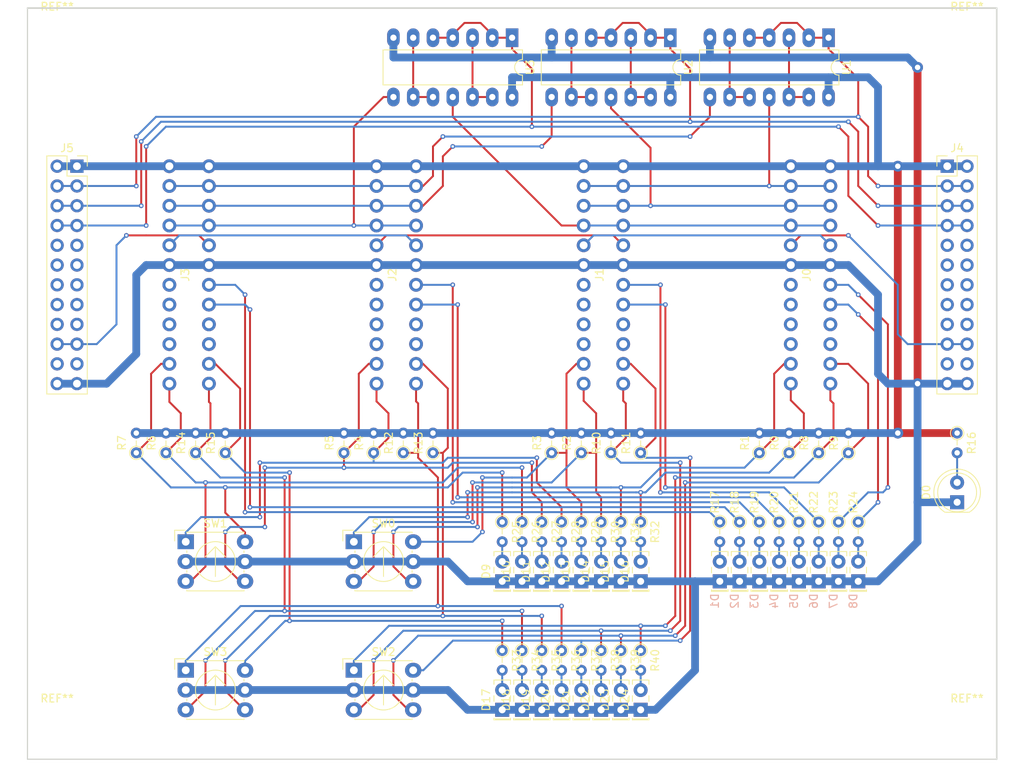
<source format=kicad_pcb>
(kicad_pcb (version 20171130) (host pcbnew "(5.0.0-3-g5ebb6b6)")
  (layers (0 F.Cu signal) (31 B.Cu signal) (34 B.Paste user) (35 F.Paste user) (36 B.SilkS user) (37 F.SilkS user) (38 B.Mask user) (39 F.Mask user) (44 Edge.Cuts user))
  (net 0 "")
  (net 1 "Net-(D0-Pad2)")
  (net 2 GND)
  (net 3 "Net-(D1-Pad2)")
  (net 4 "Net-(D2-Pad2)")
  (net 5 "Net-(D3-Pad2)")
  (net 6 "Net-(D4-Pad2)")
  (net 7 "Net-(D5-Pad2)")
  (net 8 "Net-(D6-Pad2)")
  (net 9 "Net-(D7-Pad2)")
  (net 10 "Net-(D8-Pad2)")
  (net 11 "Net-(D9-Pad2)")
  (net 12 "Net-(D10-Pad2)")
  (net 13 "Net-(D11-Pad2)")
  (net 14 "Net-(D12-Pad2)")
  (net 15 "Net-(D13-Pad2)")
  (net 16 "Net-(D14-Pad2)")
  (net 17 "Net-(D15-Pad2)")
  (net 18 "Net-(D16-Pad2)")
  (net 19 "Net-(D17-Pad2)")
  (net 20 "Net-(D18-Pad2)")
  (net 21 "Net-(D19-Pad2)")
  (net 22 "Net-(D20-Pad2)")
  (net 23 "Net-(D21-Pad2)")
  (net 24 "Net-(D22-Pad2)")
  (net 25 "Net-(D23-Pad2)")
  (net 26 "Net-(D24-Pad2)")
  (net 27 /B0)
  (net 28 /A0)
  (net 29 /B1)
  (net 30 /A1)
  (net 31 "Net-(J0-Pad20)")
  (net 32 "Net-(J0-Pad19)")
  (net 33 "Net-(J0-Pad18)")
  (net 34 "Net-(J0-Pad17)")
  (net 35 /S0)
  (net 36 "Net-(J0-Pad15)")
  (net 37 /S1)
  (net 38 "Net-(J0-Pad13)")
  (net 39 "Net-(J0-Pad10)")
  (net 40 "Net-(J0-Pad9)")
  (net 41 /F0_1)
  (net 42 /F1_1)
  (net 43 /F2_1)
  (net 44 VCC)
  (net 45 "Net-(J1-Pad10)")
  (net 46 "Net-(J1-Pad13)")
  (net 47 /S3)
  (net 48 "Net-(J1-Pad15)")
  (net 49 /S2)
  (net 50 "Net-(J1-Pad17)")
  (net 51 "Net-(J1-Pad18)")
  (net 52 "Net-(J1-Pad19)")
  (net 53 "Net-(J1-Pad20)")
  (net 54 /A3)
  (net 55 /B3)
  (net 56 /A2)
  (net 57 /B2)
  (net 58 /B4)
  (net 59 /A4)
  (net 60 /B5)
  (net 61 /A5)
  (net 62 "Net-(J2-Pad20)")
  (net 63 "Net-(J2-Pad19)")
  (net 64 "Net-(J2-Pad18)")
  (net 65 "Net-(J2-Pad17)")
  (net 66 /S4)
  (net 67 "Net-(J2-Pad15)")
  (net 68 /S5)
  (net 69 "Net-(J2-Pad13)")
  (net 70 "Net-(J2-Pad10)")
  (net 71 /F0_2)
  (net 72 /F1_2)
  (net 73 /F2_2)
  (net 74 "Net-(J3-Pad10)")
  (net 75 "Net-(J3-Pad13)")
  (net 76 /S7)
  (net 77 "Net-(J3-Pad15)")
  (net 78 /S6)
  (net 79 "Net-(J3-Pad17)")
  (net 80 "Net-(J3-Pad18)")
  (net 81 "Net-(J3-Pad19)")
  (net 82 "Net-(J3-Pad20)")
  (net 83 /A7)
  (net 84 /B7)
  (net 85 /A6)
  (net 86 /B6)
  (net 87 "Net-(J4-Pad22)")
  (net 88 "Net-(J4-Pad21)")
  (net 89 "Net-(J4-Pad18)")
  (net 90 "Net-(J4-Pad17)")
  (net 91 "Net-(J4-Pad16)")
  (net 92 "Net-(J4-Pad15)")
  (net 93 "Net-(J4-Pad14)")
  (net 94 "Net-(J4-Pad13)")
  (net 95 "Net-(J4-Pad12)")
  (net 96 "Net-(J4-Pad11)")
  (net 97 "Net-(J4-Pad10)")
  (net 98 "Net-(J4-Pad9)")
  (net 99 /F0)
  (net 100 /F1)
  (net 101 /F2)
  (net 102 "Net-(J5-Pad22)")
  (net 103 "Net-(J5-Pad21)")
  (net 104 "Net-(J5-Pad18)")
  (net 105 "Net-(J5-Pad17)")
  (net 106 "Net-(J5-Pad16)")
  (net 107 "Net-(J5-Pad15)")
  (net 108 "Net-(J5-Pad14)")
  (net 109 "Net-(J5-Pad13)")
  (net 110 "Net-(J5-Pad12)")
  (net 111 "Net-(J5-Pad11)")
  (net 112 "Net-(J5-Pad10)")
  (net 113 "Net-(J5-Pad9)")
  (net 114 "Net-(U1-Pad10)")
  (net 115 "Net-(U1-Pad12)")
  (net 116 "Net-(U2-Pad12)")
  (net 117 "Net-(U2-Pad10)")
  (net 118 "Net-(U3-Pad12)")
  (net 119 "Net-(U3-Pad10)")
  (module Mounting_Holes:MountingHole_3mm (layer F.Cu) (at 222.25 53.34)
    (fp_text reference REF** (at 0 -4) (layer F.SilkS))
    (fp_text value MountingHole_3mm)
    (pad 1 np_thru_hole circle (at 0 0) (size 3 3) (drill 3) (layers *.Cu *.Mask))
  )
  (module Mounting_Holes:MountingHole_3mm (layer F.Cu) (at 222.25 142.24)
    (fp_text reference REF** (at 0 -4) (layer F.SilkS))
    (fp_text value MountingHole_3mm)
    (pad 1 np_thru_hole circle (at 0 0) (size 3 3) (drill 3) (layers *.Cu *.Mask))
  )
  (module Mounting_Holes:MountingHole_3mm (layer F.Cu) (at 105.41 142.24)
    (fp_text reference REF** (at 0 -4) (layer F.SilkS))
    (fp_text value MountingHole_3mm)
    (pad 1 np_thru_hole circle (at 0 0) (size 3 3) (drill 3) (layers *.Cu *.Mask))
  )
  (module Pin_Headers:Pin_Header_Straight_2x12_Pitch2.54mm (layer F.Cu) (at 219.71 69.85)
    (fp_text reference J4 (at 1.27 -2.33) (layer F.SilkS))
    (fp_text value Conn_02x12_Odd_Even)
    (pad 24 thru_hole oval (at 2.54 27.94) (size 1.7 1.7) (drill 1) (layers *.Cu *.Mask) (net 2 GND))
    (pad 23 thru_hole oval (at 0 27.94) (size 1.7 1.7) (drill 1) (layers *.Cu *.Mask) (net 2 GND))
    (pad 22 thru_hole oval (at 2.54 25.4) (size 1.7 1.7) (drill 1) (layers *.Cu *.Mask) (net 87 "Net-(J4-Pad22)"))
    (pad 21 thru_hole oval (at 0 25.4) (size 1.7 1.7) (drill 1) (layers *.Cu *.Mask) (net 88 "Net-(J4-Pad21)"))
    (pad 20 thru_hole oval (at 2.54 22.86) (size 1.7 1.7) (drill 1) (layers *.Cu *.Mask) (net 40 "Net-(J0-Pad9)"))
    (pad 19 thru_hole oval (at 0 22.86) (size 1.7 1.7) (drill 1) (layers *.Cu *.Mask) (net 40 "Net-(J0-Pad9)"))
    (pad 18 thru_hole oval (at 2.54 20.32) (size 1.7 1.7) (drill 1) (layers *.Cu *.Mask) (net 89 "Net-(J4-Pad18)"))
    (pad 17 thru_hole oval (at 0 20.32) (size 1.7 1.7) (drill 1) (layers *.Cu *.Mask) (net 90 "Net-(J4-Pad17)"))
    (pad 16 thru_hole oval (at 2.54 17.78) (size 1.7 1.7) (drill 1) (layers *.Cu *.Mask) (net 91 "Net-(J4-Pad16)"))
    (pad 15 thru_hole oval (at 0 17.78) (size 1.7 1.7) (drill 1) (layers *.Cu *.Mask) (net 92 "Net-(J4-Pad15)"))
    (pad 14 thru_hole oval (at 2.54 15.24) (size 1.7 1.7) (drill 1) (layers *.Cu *.Mask) (net 93 "Net-(J4-Pad14)"))
    (pad 13 thru_hole oval (at 0 15.24) (size 1.7 1.7) (drill 1) (layers *.Cu *.Mask) (net 94 "Net-(J4-Pad13)"))
    (pad 12 thru_hole oval (at 2.54 12.7) (size 1.7 1.7) (drill 1) (layers *.Cu *.Mask) (net 95 "Net-(J4-Pad12)"))
    (pad 11 thru_hole oval (at 0 12.7) (size 1.7 1.7) (drill 1) (layers *.Cu *.Mask) (net 96 "Net-(J4-Pad11)"))
    (pad 10 thru_hole oval (at 2.54 10.16) (size 1.7 1.7) (drill 1) (layers *.Cu *.Mask) (net 97 "Net-(J4-Pad10)"))
    (pad 9 thru_hole oval (at 0 10.16) (size 1.7 1.7) (drill 1) (layers *.Cu *.Mask) (net 98 "Net-(J4-Pad9)"))
    (pad 8 thru_hole oval (at 2.54 7.62) (size 1.7 1.7) (drill 1) (layers *.Cu *.Mask) (net 99 /F0))
    (pad 7 thru_hole oval (at 0 7.62) (size 1.7 1.7) (drill 1) (layers *.Cu *.Mask) (net 99 /F0))
    (pad 6 thru_hole oval (at 2.54 5.08) (size 1.7 1.7) (drill 1) (layers *.Cu *.Mask) (net 100 /F1))
    (pad 5 thru_hole oval (at 0 5.08) (size 1.7 1.7) (drill 1) (layers *.Cu *.Mask) (net 100 /F1))
    (pad 4 thru_hole oval (at 2.54 2.54) (size 1.7 1.7) (drill 1) (layers *.Cu *.Mask) (net 101 /F2))
    (pad 3 thru_hole oval (at 0 2.54) (size 1.7 1.7) (drill 1) (layers *.Cu *.Mask) (net 101 /F2))
    (pad 2 thru_hole oval (at 2.54 0) (size 1.7 1.7) (drill 1) (layers *.Cu *.Mask) (net 44 VCC))
    (pad 1 thru_hole rect (at 0 0) (size 1.7 1.7) (drill 1) (layers *.Cu *.Mask) (net 44 VCC))
  )
  (module fplib:5530843-1_socket (layer F.Cu) (at 175.56 83.82 270)
    (fp_text reference J1 (at 0 0.5 270) (layer F.SilkS))
    (fp_text value Conn_02x12_Odd_Even)
    (pad 1 thru_hole circle (at -13.97 2.54 270) (size 1.778 1.778) (drill 1.016) (layers *.Cu *.Mask) (net 44 VCC))
    (pad 2 thru_hole circle (at -13.97 -2.54 270) (size 1.778 1.778) (drill 1.016) (layers *.Cu *.Mask) (net 44 VCC))
    (pad 3 thru_hole circle (at -11.43 2.54 270) (size 1.778 1.778) (drill 1.016) (layers *.Cu *.Mask) (net 43 /F2_1))
    (pad 4 thru_hole circle (at -11.43 -2.54 270) (size 1.778 1.778) (drill 1.016) (layers *.Cu *.Mask) (net 43 /F2_1))
    (pad 5 thru_hole circle (at -8.89 2.54 270) (size 1.778 1.778) (drill 1.016) (layers *.Cu *.Mask) (net 42 /F1_1))
    (pad 6 thru_hole circle (at -8.89 -2.54 270) (size 1.778 1.778) (drill 1.016) (layers *.Cu *.Mask) (net 42 /F1_1))
    (pad 7 thru_hole circle (at -6.35 2.54 270) (size 1.778 1.778) (drill 1.016) (layers *.Cu *.Mask) (net 41 /F0_1))
    (pad 8 thru_hole circle (at -6.35 -2.54 270) (size 1.778 1.778) (drill 1.016) (layers *.Cu *.Mask) (net 41 /F0_1))
    (pad 9 thru_hole circle (at -3.81 2.54 270) (size 1.778 1.778) (drill 1.016) (layers *.Cu *.Mask) (net 39 "Net-(J0-Pad10)"))
    (pad 10 thru_hole circle (at -3.81 -2.54 270) (size 1.778 1.778) (drill 1.016) (layers *.Cu *.Mask) (net 45 "Net-(J1-Pad10)"))
    (pad 11 thru_hole circle (at -1.27 2.54 270) (size 1.778 1.778) (drill 1.016) (layers *.Cu *.Mask) (net 2 GND))
    (pad 12 thru_hole circle (at -1.27 -2.54 270) (size 1.778 1.778) (drill 1.016) (layers *.Cu *.Mask) (net 2 GND))
    (pad 13 thru_hole circle (at 1.27 2.54 270) (size 1.778 1.778) (drill 1.016) (layers *.Cu *.Mask) (net 46 "Net-(J1-Pad13)"))
    (pad 14 thru_hole circle (at 1.27 -2.54 270) (size 1.778 1.778) (drill 1.016) (layers *.Cu *.Mask) (net 47 /S3))
    (pad 15 thru_hole circle (at 3.81 2.54 270) (size 1.778 1.778) (drill 1.016) (layers *.Cu *.Mask) (net 48 "Net-(J1-Pad15)"))
    (pad 16 thru_hole circle (at 3.81 -2.54 270) (size 1.778 1.778) (drill 1.016) (layers *.Cu *.Mask) (net 49 /S2))
    (pad 17 thru_hole circle (at 6.35 2.54 270) (size 1.778 1.778) (drill 1.016) (layers *.Cu *.Mask) (net 50 "Net-(J1-Pad17)"))
    (pad 18 thru_hole circle (at 6.35 -2.54 270) (size 1.778 1.778) (drill 1.016) (layers *.Cu *.Mask) (net 51 "Net-(J1-Pad18)"))
    (pad 19 thru_hole circle (at 8.89 2.54 270) (size 1.778 1.778) (drill 1.016) (layers *.Cu *.Mask) (net 52 "Net-(J1-Pad19)"))
    (pad 20 thru_hole circle (at 8.89 -2.54 270) (size 1.778 1.778) (drill 1.016) (layers *.Cu *.Mask) (net 53 "Net-(J1-Pad20)"))
    (pad 21 thru_hole circle (at 11.43 2.54 270) (size 1.778 1.778) (drill 1.016) (layers *.Cu *.Mask) (net 54 /A3))
    (pad 22 thru_hole circle (at 11.43 -2.54 270) (size 1.778 1.778) (drill 1.016) (layers *.Cu *.Mask) (net 55 /B3))
    (pad 23 thru_hole circle (at 13.97 2.54 270) (size 1.778 1.778) (drill 1.016) (layers *.Cu *.Mask) (net 56 /A2))
    (pad 24 thru_hole circle (at 13.97 -2.54 270) (size 1.778 1.778) (drill 1.016) (layers *.Cu *.Mask) (net 57 /B2))
  )
  (module LEDs:LED_D5.0mm (layer F.Cu) (at 220.98 113.03 90)
    (fp_text reference D0 (at 1.27 -3.96 90) (layer F.SilkS))
    (fp_text value LED)
    (pad 2 thru_hole circle (at 2.54 0 90) (size 1.8 1.8) (drill 0.9) (layers *.Cu *.Mask) (net 1 "Net-(D0-Pad2)"))
    (pad 1 thru_hole rect (at 0 0 90) (size 1.8 1.8) (drill 0.9) (layers *.Cu *.Mask) (net 2 GND))
  )
  (module LEDs:LED_Rectangular_W5.0mm_H2.0mm (layer F.Cu) (at 162.56 123.19 90)
    (fp_text reference D9 (at 1.27 -2.06 90) (layer F.SilkS))
    (fp_text value LED)
    (pad 1 thru_hole rect (at 0 0 90) (size 1.8 1.8) (drill 0.9) (layers *.Cu *.Mask) (net 2 GND))
    (pad 2 thru_hole circle (at 2.54 0 90) (size 1.8 1.8) (drill 0.9) (layers *.Cu *.Mask) (net 11 "Net-(D9-Pad2)"))
  )
  (module LEDs:LED_Rectangular_W5.0mm_H2.0mm (layer F.Cu) (at 165.1 123.19 90)
    (fp_text reference D10 (at 1.27 -2.06 90) (layer F.SilkS))
    (fp_text value LED)
    (pad 2 thru_hole circle (at 2.54 0 90) (size 1.8 1.8) (drill 0.9) (layers *.Cu *.Mask) (net 12 "Net-(D10-Pad2)"))
    (pad 1 thru_hole rect (at 0 0 90) (size 1.8 1.8) (drill 0.9) (layers *.Cu *.Mask) (net 2 GND))
  )
  (module LEDs:LED_Rectangular_W5.0mm_H2.0mm (layer F.Cu) (at 167.64 123.19 90)
    (fp_text reference D11 (at 1.27 -2.06 90) (layer F.SilkS))
    (fp_text value LED)
    (pad 2 thru_hole circle (at 2.54 0 90) (size 1.8 1.8) (drill 0.9) (layers *.Cu *.Mask) (net 13 "Net-(D11-Pad2)"))
    (pad 1 thru_hole rect (at 0 0 90) (size 1.8 1.8) (drill 0.9) (layers *.Cu *.Mask) (net 2 GND))
  )
  (module LEDs:LED_Rectangular_W5.0mm_H2.0mm (layer F.Cu) (at 170.18 123.19 90)
    (fp_text reference D12 (at 1.27 -2.06 90) (layer F.SilkS))
    (fp_text value LED)
    (pad 2 thru_hole circle (at 2.54 0 90) (size 1.8 1.8) (drill 0.9) (layers *.Cu *.Mask) (net 14 "Net-(D12-Pad2)"))
    (pad 1 thru_hole rect (at 0 0 90) (size 1.8 1.8) (drill 0.9) (layers *.Cu *.Mask) (net 2 GND))
  )
  (module LEDs:LED_Rectangular_W5.0mm_H2.0mm (layer F.Cu) (at 172.72 123.19 90)
    (fp_text reference D13 (at 1.27 -2.06 90) (layer F.SilkS))
    (fp_text value LED)
    (pad 2 thru_hole circle (at 2.54 0 90) (size 1.8 1.8) (drill 0.9) (layers *.Cu *.Mask) (net 15 "Net-(D13-Pad2)"))
    (pad 1 thru_hole rect (at 0 0 90) (size 1.8 1.8) (drill 0.9) (layers *.Cu *.Mask) (net 2 GND))
  )
  (module LEDs:LED_Rectangular_W5.0mm_H2.0mm (layer F.Cu) (at 175.26 123.19 90)
    (fp_text reference D14 (at 1.27 -2.06 90) (layer F.SilkS))
    (fp_text value LED)
    (pad 2 thru_hole circle (at 2.54 0 90) (size 1.8 1.8) (drill 0.9) (layers *.Cu *.Mask) (net 16 "Net-(D14-Pad2)"))
    (pad 1 thru_hole rect (at 0 0 90) (size 1.8 1.8) (drill 0.9) (layers *.Cu *.Mask) (net 2 GND))
  )
  (module LEDs:LED_Rectangular_W5.0mm_H2.0mm (layer F.Cu) (at 177.8 123.19 90)
    (fp_text reference D15 (at 1.27 -2.06 90) (layer F.SilkS))
    (fp_text value LED)
    (pad 2 thru_hole circle (at 2.54 0 90) (size 1.8 1.8) (drill 0.9) (layers *.Cu *.Mask) (net 17 "Net-(D15-Pad2)"))
    (pad 1 thru_hole rect (at 0 0 90) (size 1.8 1.8) (drill 0.9) (layers *.Cu *.Mask) (net 2 GND))
  )
  (module LEDs:LED_Rectangular_W5.0mm_H2.0mm (layer F.Cu) (at 180.34 123.19 90)
    (fp_text reference D16 (at 1.27 -2.06 90) (layer F.SilkS))
    (fp_text value LED)
    (pad 2 thru_hole circle (at 2.54 0 90) (size 1.8 1.8) (drill 0.9) (layers *.Cu *.Mask) (net 18 "Net-(D16-Pad2)"))
    (pad 1 thru_hole rect (at 0 0 90) (size 1.8 1.8) (drill 0.9) (layers *.Cu *.Mask) (net 2 GND))
  )
  (module LEDs:LED_Rectangular_W5.0mm_H2.0mm (layer F.Cu) (at 162.56 139.7 90)
    (fp_text reference D17 (at 1.27 -2.06 90) (layer F.SilkS))
    (fp_text value LED)
    (pad 2 thru_hole circle (at 2.54 0 90) (size 1.8 1.8) (drill 0.9) (layers *.Cu *.Mask) (net 19 "Net-(D17-Pad2)"))
    (pad 1 thru_hole rect (at 0 0 90) (size 1.8 1.8) (drill 0.9) (layers *.Cu *.Mask) (net 2 GND))
  )
  (module LEDs:LED_Rectangular_W5.0mm_H2.0mm (layer F.Cu) (at 165.1 139.7 90)
    (fp_text reference D18 (at 1.27 -2.06 90) (layer F.SilkS))
    (fp_text value LED)
    (pad 2 thru_hole circle (at 2.54 0 90) (size 1.8 1.8) (drill 0.9) (layers *.Cu *.Mask) (net 20 "Net-(D18-Pad2)"))
    (pad 1 thru_hole rect (at 0 0 90) (size 1.8 1.8) (drill 0.9) (layers *.Cu *.Mask) (net 2 GND))
  )
  (module LEDs:LED_Rectangular_W5.0mm_H2.0mm (layer F.Cu) (at 167.64 139.7 90)
    (fp_text reference D19 (at 1.27 -2.06 90) (layer F.SilkS))
    (fp_text value LED)
    (pad 2 thru_hole circle (at 2.54 0 90) (size 1.8 1.8) (drill 0.9) (layers *.Cu *.Mask) (net 21 "Net-(D19-Pad2)"))
    (pad 1 thru_hole rect (at 0 0 90) (size 1.8 1.8) (drill 0.9) (layers *.Cu *.Mask) (net 2 GND))
  )
  (module LEDs:LED_Rectangular_W5.0mm_H2.0mm (layer F.Cu) (at 170.18 139.7 90)
    (fp_text reference D20 (at 1.27 -2.06 90) (layer F.SilkS))
    (fp_text value LED)
    (pad 2 thru_hole circle (at 2.54 0 90) (size 1.8 1.8) (drill 0.9) (layers *.Cu *.Mask) (net 22 "Net-(D20-Pad2)"))
    (pad 1 thru_hole rect (at 0 0 90) (size 1.8 1.8) (drill 0.9) (layers *.Cu *.Mask) (net 2 GND))
  )
  (module LEDs:LED_Rectangular_W5.0mm_H2.0mm (layer F.Cu) (at 172.72 139.7 90)
    (fp_text reference D21 (at 1.27 -2.06 90) (layer F.SilkS))
    (fp_text value LED)
    (pad 2 thru_hole circle (at 2.54 0 90) (size 1.8 1.8) (drill 0.9) (layers *.Cu *.Mask) (net 23 "Net-(D21-Pad2)"))
    (pad 1 thru_hole rect (at 0 0 90) (size 1.8 1.8) (drill 0.9) (layers *.Cu *.Mask) (net 2 GND))
  )
  (module LEDs:LED_Rectangular_W5.0mm_H2.0mm (layer F.Cu) (at 175.26 139.7 90)
    (fp_text reference D22 (at 1.27 -2.06 90) (layer F.SilkS))
    (fp_text value LED)
    (pad 1 thru_hole rect (at 0 0 90) (size 1.8 1.8) (drill 0.9) (layers *.Cu *.Mask) (net 2 GND))
    (pad 2 thru_hole circle (at 2.54 0 90) (size 1.8 1.8) (drill 0.9) (layers *.Cu *.Mask) (net 24 "Net-(D22-Pad2)"))
  )
  (module LEDs:LED_Rectangular_W5.0mm_H2.0mm (layer F.Cu) (at 177.8 139.7 90)
    (fp_text reference D23 (at 1.27 -2.06 90) (layer F.SilkS))
    (fp_text value LED)
    (pad 1 thru_hole rect (at 0 0 90) (size 1.8 1.8) (drill 0.9) (layers *.Cu *.Mask) (net 2 GND))
    (pad 2 thru_hole circle (at 2.54 0 90) (size 1.8 1.8) (drill 0.9) (layers *.Cu *.Mask) (net 25 "Net-(D23-Pad2)"))
  )
  (module LEDs:LED_Rectangular_W5.0mm_H2.0mm (layer F.Cu) (at 180.34 139.7 90)
    (fp_text reference D24 (at 1.27 -2.06 90) (layer F.SilkS))
    (fp_text value LED)
    (pad 1 thru_hole rect (at 0 0 90) (size 1.8 1.8) (drill 0.9) (layers *.Cu *.Mask) (net 2 GND))
    (pad 2 thru_hole circle (at 2.54 0 90) (size 1.8 1.8) (drill 0.9) (layers *.Cu *.Mask) (net 26 "Net-(D24-Pad2)"))
  )
  (module fplib:5530843-1_socket (layer F.Cu) (at 202.16 83.82 270)
    (fp_text reference J0 (at 0 0.5 270) (layer F.SilkS))
    (fp_text value Conn_02x12_Odd_Even)
    (pad 24 thru_hole circle (at 13.97 -2.54 270) (size 1.778 1.778) (drill 1.016) (layers *.Cu *.Mask) (net 27 /B0))
    (pad 23 thru_hole circle (at 13.97 2.54 270) (size 1.778 1.778) (drill 1.016) (layers *.Cu *.Mask) (net 28 /A0))
    (pad 22 thru_hole circle (at 11.43 -2.54 270) (size 1.778 1.778) (drill 1.016) (layers *.Cu *.Mask) (net 29 /B1))
    (pad 21 thru_hole circle (at 11.43 2.54 270) (size 1.778 1.778) (drill 1.016) (layers *.Cu *.Mask) (net 30 /A1))
    (pad 20 thru_hole circle (at 8.89 -2.54 270) (size 1.778 1.778) (drill 1.016) (layers *.Cu *.Mask) (net 31 "Net-(J0-Pad20)"))
    (pad 19 thru_hole circle (at 8.89 2.54 270) (size 1.778 1.778) (drill 1.016) (layers *.Cu *.Mask) (net 32 "Net-(J0-Pad19)"))
    (pad 18 thru_hole circle (at 6.35 -2.54 270) (size 1.778 1.778) (drill 1.016) (layers *.Cu *.Mask) (net 33 "Net-(J0-Pad18)"))
    (pad 17 thru_hole circle (at 6.35 2.54 270) (size 1.778 1.778) (drill 1.016) (layers *.Cu *.Mask) (net 34 "Net-(J0-Pad17)"))
    (pad 16 thru_hole circle (at 3.81 -2.54 270) (size 1.778 1.778) (drill 1.016) (layers *.Cu *.Mask) (net 35 /S0))
    (pad 15 thru_hole circle (at 3.81 2.54 270) (size 1.778 1.778) (drill 1.016) (layers *.Cu *.Mask) (net 36 "Net-(J0-Pad15)"))
    (pad 14 thru_hole circle (at 1.27 -2.54 270) (size 1.778 1.778) (drill 1.016) (layers *.Cu *.Mask) (net 37 /S1))
    (pad 13 thru_hole circle (at 1.27 2.54 270) (size 1.778 1.778) (drill 1.016) (layers *.Cu *.Mask) (net 38 "Net-(J0-Pad13)"))
    (pad 12 thru_hole circle (at -1.27 -2.54 270) (size 1.778 1.778) (drill 1.016) (layers *.Cu *.Mask) (net 2 GND))
    (pad 11 thru_hole circle (at -1.27 2.54 270) (size 1.778 1.778) (drill 1.016) (layers *.Cu *.Mask) (net 2 GND))
    (pad 10 thru_hole circle (at -3.81 -2.54 270) (size 1.778 1.778) (drill 1.016) (layers *.Cu *.Mask) (net 39 "Net-(J0-Pad10)"))
    (pad 9 thru_hole circle (at -3.81 2.54 270) (size 1.778 1.778) (drill 1.016) (layers *.Cu *.Mask) (net 40 "Net-(J0-Pad9)"))
    (pad 8 thru_hole circle (at -6.35 -2.54 270) (size 1.778 1.778) (drill 1.016) (layers *.Cu *.Mask) (net 41 /F0_1))
    (pad 7 thru_hole circle (at -6.35 2.54 270) (size 1.778 1.778) (drill 1.016) (layers *.Cu *.Mask) (net 41 /F0_1))
    (pad 6 thru_hole circle (at -8.89 -2.54 270) (size 1.778 1.778) (drill 1.016) (layers *.Cu *.Mask) (net 42 /F1_1))
    (pad 5 thru_hole circle (at -8.89 2.54 270) (size 1.778 1.778) (drill 1.016) (layers *.Cu *.Mask) (net 42 /F1_1))
    (pad 4 thru_hole circle (at -11.43 -2.54 270) (size 1.778 1.778) (drill 1.016) (layers *.Cu *.Mask) (net 43 /F2_1))
    (pad 3 thru_hole circle (at -11.43 2.54 270) (size 1.778 1.778) (drill 1.016) (layers *.Cu *.Mask) (net 43 /F2_1))
    (pad 2 thru_hole circle (at -13.97 -2.54 270) (size 1.778 1.778) (drill 1.016) (layers *.Cu *.Mask) (net 44 VCC))
    (pad 1 thru_hole circle (at -13.97 2.54 270) (size 1.778 1.778) (drill 1.016) (layers *.Cu *.Mask) (net 44 VCC))
  )
  (module fplib:5530843-1_socket (layer F.Cu) (at 148.96 83.82 270)
    (fp_text reference J2 (at 0 0.5 270) (layer F.SilkS))
    (fp_text value Conn_02x12_Odd_Even)
    (pad 24 thru_hole circle (at 13.97 -2.54 270) (size 1.778 1.778) (drill 1.016) (layers *.Cu *.Mask) (net 58 /B4))
    (pad 23 thru_hole circle (at 13.97 2.54 270) (size 1.778 1.778) (drill 1.016) (layers *.Cu *.Mask) (net 59 /A4))
    (pad 22 thru_hole circle (at 11.43 -2.54 270) (size 1.778 1.778) (drill 1.016) (layers *.Cu *.Mask) (net 60 /B5))
    (pad 21 thru_hole circle (at 11.43 2.54 270) (size 1.778 1.778) (drill 1.016) (layers *.Cu *.Mask) (net 61 /A5))
    (pad 20 thru_hole circle (at 8.89 -2.54 270) (size 1.778 1.778) (drill 1.016) (layers *.Cu *.Mask) (net 62 "Net-(J2-Pad20)"))
    (pad 19 thru_hole circle (at 8.89 2.54 270) (size 1.778 1.778) (drill 1.016) (layers *.Cu *.Mask) (net 63 "Net-(J2-Pad19)"))
    (pad 18 thru_hole circle (at 6.35 -2.54 270) (size 1.778 1.778) (drill 1.016) (layers *.Cu *.Mask) (net 64 "Net-(J2-Pad18)"))
    (pad 17 thru_hole circle (at 6.35 2.54 270) (size 1.778 1.778) (drill 1.016) (layers *.Cu *.Mask) (net 65 "Net-(J2-Pad17)"))
    (pad 16 thru_hole circle (at 3.81 -2.54 270) (size 1.778 1.778) (drill 1.016) (layers *.Cu *.Mask) (net 66 /S4))
    (pad 15 thru_hole circle (at 3.81 2.54 270) (size 1.778 1.778) (drill 1.016) (layers *.Cu *.Mask) (net 67 "Net-(J2-Pad15)"))
    (pad 14 thru_hole circle (at 1.27 -2.54 270) (size 1.778 1.778) (drill 1.016) (layers *.Cu *.Mask) (net 68 /S5))
    (pad 13 thru_hole circle (at 1.27 2.54 270) (size 1.778 1.778) (drill 1.016) (layers *.Cu *.Mask) (net 69 "Net-(J2-Pad13)"))
    (pad 12 thru_hole circle (at -1.27 -2.54 270) (size 1.778 1.778) (drill 1.016) (layers *.Cu *.Mask) (net 2 GND))
    (pad 11 thru_hole circle (at -1.27 2.54 270) (size 1.778 1.778) (drill 1.016) (layers *.Cu *.Mask) (net 2 GND))
    (pad 10 thru_hole circle (at -3.81 -2.54 270) (size 1.778 1.778) (drill 1.016) (layers *.Cu *.Mask) (net 70 "Net-(J2-Pad10)"))
    (pad 9 thru_hole circle (at -3.81 2.54 270) (size 1.778 1.778) (drill 1.016) (layers *.Cu *.Mask) (net 45 "Net-(J1-Pad10)"))
    (pad 8 thru_hole circle (at -6.35 -2.54 270) (size 1.778 1.778) (drill 1.016) (layers *.Cu *.Mask) (net 71 /F0_2))
    (pad 7 thru_hole circle (at -6.35 2.54 270) (size 1.778 1.778) (drill 1.016) (layers *.Cu *.Mask) (net 71 /F0_2))
    (pad 6 thru_hole circle (at -8.89 -2.54 270) (size 1.778 1.778) (drill 1.016) (layers *.Cu *.Mask) (net 72 /F1_2))
    (pad 5 thru_hole circle (at -8.89 2.54 270) (size 1.778 1.778) (drill 1.016) (layers *.Cu *.Mask) (net 72 /F1_2))
    (pad 4 thru_hole circle (at -11.43 -2.54 270) (size 1.778 1.778) (drill 1.016) (layers *.Cu *.Mask) (net 73 /F2_2))
    (pad 3 thru_hole circle (at -11.43 2.54 270) (size 1.778 1.778) (drill 1.016) (layers *.Cu *.Mask) (net 73 /F2_2))
    (pad 2 thru_hole circle (at -13.97 -2.54 270) (size 1.778 1.778) (drill 1.016) (layers *.Cu *.Mask) (net 44 VCC))
    (pad 1 thru_hole circle (at -13.97 2.54 270) (size 1.778 1.778) (drill 1.016) (layers *.Cu *.Mask) (net 44 VCC))
  )
  (module fplib:5530843-1_socket (layer F.Cu) (at 122.36 83.82 270)
    (fp_text reference J3 (at 0 0.5 270) (layer F.SilkS))
    (fp_text value Conn_02x12_Odd_Even)
    (pad 1 thru_hole circle (at -13.97 2.54 270) (size 1.778 1.778) (drill 1.016) (layers *.Cu *.Mask) (net 44 VCC))
    (pad 2 thru_hole circle (at -13.97 -2.54 270) (size 1.778 1.778) (drill 1.016) (layers *.Cu *.Mask) (net 44 VCC))
    (pad 3 thru_hole circle (at -11.43 2.54 270) (size 1.778 1.778) (drill 1.016) (layers *.Cu *.Mask) (net 73 /F2_2))
    (pad 4 thru_hole circle (at -11.43 -2.54 270) (size 1.778 1.778) (drill 1.016) (layers *.Cu *.Mask) (net 73 /F2_2))
    (pad 5 thru_hole circle (at -8.89 2.54 270) (size 1.778 1.778) (drill 1.016) (layers *.Cu *.Mask) (net 72 /F1_2))
    (pad 6 thru_hole circle (at -8.89 -2.54 270) (size 1.778 1.778) (drill 1.016) (layers *.Cu *.Mask) (net 72 /F1_2))
    (pad 7 thru_hole circle (at -6.35 2.54 270) (size 1.778 1.778) (drill 1.016) (layers *.Cu *.Mask) (net 71 /F0_2))
    (pad 8 thru_hole circle (at -6.35 -2.54 270) (size 1.778 1.778) (drill 1.016) (layers *.Cu *.Mask) (net 71 /F0_2))
    (pad 9 thru_hole circle (at -3.81 2.54 270) (size 1.778 1.778) (drill 1.016) (layers *.Cu *.Mask) (net 70 "Net-(J2-Pad10)"))
    (pad 10 thru_hole circle (at -3.81 -2.54 270) (size 1.778 1.778) (drill 1.016) (layers *.Cu *.Mask) (net 74 "Net-(J3-Pad10)"))
    (pad 11 thru_hole circle (at -1.27 2.54 270) (size 1.778 1.778) (drill 1.016) (layers *.Cu *.Mask) (net 2 GND))
    (pad 12 thru_hole circle (at -1.27 -2.54 270) (size 1.778 1.778) (drill 1.016) (layers *.Cu *.Mask) (net 2 GND))
    (pad 13 thru_hole circle (at 1.27 2.54 270) (size 1.778 1.778) (drill 1.016) (layers *.Cu *.Mask) (net 75 "Net-(J3-Pad13)"))
    (pad 14 thru_hole circle (at 1.27 -2.54 270) (size 1.778 1.778) (drill 1.016) (layers *.Cu *.Mask) (net 76 /S7))
    (pad 15 thru_hole circle (at 3.81 2.54 270) (size 1.778 1.778) (drill 1.016) (layers *.Cu *.Mask) (net 77 "Net-(J3-Pad15)"))
    (pad 16 thru_hole circle (at 3.81 -2.54 270) (size 1.778 1.778) (drill 1.016) (layers *.Cu *.Mask) (net 78 /S6))
    (pad 17 thru_hole circle (at 6.35 2.54 270) (size 1.778 1.778) (drill 1.016) (layers *.Cu *.Mask) (net 79 "Net-(J3-Pad17)"))
    (pad 18 thru_hole circle (at 6.35 -2.54 270) (size 1.778 1.778) (drill 1.016) (layers *.Cu *.Mask) (net 80 "Net-(J3-Pad18)"))
    (pad 19 thru_hole circle (at 8.89 2.54 270) (size 1.778 1.778) (drill 1.016) (layers *.Cu *.Mask) (net 81 "Net-(J3-Pad19)"))
    (pad 20 thru_hole circle (at 8.89 -2.54 270) (size 1.778 1.778) (drill 1.016) (layers *.Cu *.Mask) (net 82 "Net-(J3-Pad20)"))
    (pad 21 thru_hole circle (at 11.43 2.54 270) (size 1.778 1.778) (drill 1.016) (layers *.Cu *.Mask) (net 83 /A7))
    (pad 22 thru_hole circle (at 11.43 -2.54 270) (size 1.778 1.778) (drill 1.016) (layers *.Cu *.Mask) (net 84 /B7))
    (pad 23 thru_hole circle (at 13.97 2.54 270) (size 1.778 1.778) (drill 1.016) (layers *.Cu *.Mask) (net 85 /A6))
    (pad 24 thru_hole circle (at 13.97 -2.54 270) (size 1.778 1.778) (drill 1.016) (layers *.Cu *.Mask) (net 86 /B6))
  )
  (module Socket_Strips:Socket_Strip_Straight_2x12_Pitch2.54mm (layer F.Cu) (at 107.95 69.85)
    (fp_text reference J5 (at -1.27 -2.33) (layer F.SilkS))
    (fp_text value Conn_02x12_Odd_Even)
    (pad 24 thru_hole oval (at -2.54 27.94) (size 1.7 1.7) (drill 1) (layers *.Cu *.Mask) (net 2 GND))
    (pad 23 thru_hole oval (at 0 27.94) (size 1.7 1.7) (drill 1) (layers *.Cu *.Mask) (net 2 GND))
    (pad 22 thru_hole oval (at -2.54 25.4) (size 1.7 1.7) (drill 1) (layers *.Cu *.Mask) (net 102 "Net-(J5-Pad22)"))
    (pad 21 thru_hole oval (at 0 25.4) (size 1.7 1.7) (drill 1) (layers *.Cu *.Mask) (net 103 "Net-(J5-Pad21)"))
    (pad 20 thru_hole oval (at -2.54 22.86) (size 1.7 1.7) (drill 1) (layers *.Cu *.Mask) (net 74 "Net-(J3-Pad10)"))
    (pad 19 thru_hole oval (at 0 22.86) (size 1.7 1.7) (drill 1) (layers *.Cu *.Mask) (net 74 "Net-(J3-Pad10)"))
    (pad 18 thru_hole oval (at -2.54 20.32) (size 1.7 1.7) (drill 1) (layers *.Cu *.Mask) (net 104 "Net-(J5-Pad18)"))
    (pad 17 thru_hole oval (at 0 20.32) (size 1.7 1.7) (drill 1) (layers *.Cu *.Mask) (net 105 "Net-(J5-Pad17)"))
    (pad 16 thru_hole oval (at -2.54 17.78) (size 1.7 1.7) (drill 1) (layers *.Cu *.Mask) (net 106 "Net-(J5-Pad16)"))
    (pad 15 thru_hole oval (at 0 17.78) (size 1.7 1.7) (drill 1) (layers *.Cu *.Mask) (net 107 "Net-(J5-Pad15)"))
    (pad 14 thru_hole oval (at -2.54 15.24) (size 1.7 1.7) (drill 1) (layers *.Cu *.Mask) (net 108 "Net-(J5-Pad14)"))
    (pad 13 thru_hole oval (at 0 15.24) (size 1.7 1.7) (drill 1) (layers *.Cu *.Mask) (net 109 "Net-(J5-Pad13)"))
    (pad 12 thru_hole oval (at -2.54 12.7) (size 1.7 1.7) (drill 1) (layers *.Cu *.Mask) (net 110 "Net-(J5-Pad12)"))
    (pad 11 thru_hole oval (at 0 12.7) (size 1.7 1.7) (drill 1) (layers *.Cu *.Mask) (net 111 "Net-(J5-Pad11)"))
    (pad 10 thru_hole oval (at -2.54 10.16) (size 1.7 1.7) (drill 1) (layers *.Cu *.Mask) (net 112 "Net-(J5-Pad10)"))
    (pad 9 thru_hole oval (at 0 10.16) (size 1.7 1.7) (drill 1) (layers *.Cu *.Mask) (net 113 "Net-(J5-Pad9)"))
    (pad 8 thru_hole oval (at -2.54 7.62) (size 1.7 1.7) (drill 1) (layers *.Cu *.Mask) (net 99 /F0))
    (pad 7 thru_hole oval (at 0 7.62) (size 1.7 1.7) (drill 1) (layers *.Cu *.Mask) (net 99 /F0))
    (pad 6 thru_hole oval (at -2.54 5.08) (size 1.7 1.7) (drill 1) (layers *.Cu *.Mask) (net 100 /F1))
    (pad 5 thru_hole oval (at 0 5.08) (size 1.7 1.7) (drill 1) (layers *.Cu *.Mask) (net 100 /F1))
    (pad 4 thru_hole oval (at -2.54 2.54) (size 1.7 1.7) (drill 1) (layers *.Cu *.Mask) (net 101 /F2))
    (pad 3 thru_hole oval (at 0 2.54) (size 1.7 1.7) (drill 1) (layers *.Cu *.Mask) (net 101 /F2))
    (pad 2 thru_hole oval (at -2.54 0) (size 1.7 1.7) (drill 1) (layers *.Cu *.Mask) (net 44 VCC))
    (pad 1 thru_hole rect (at 0 0) (size 1.7 1.7) (drill 1) (layers *.Cu *.Mask) (net 44 VCC))
  )
  (module Resistors_ThroughHole:R_Axial_DIN0204_L3.6mm_D1.6mm_P2.54mm_Vertical (layer F.Cu) (at 199.39 106.68 90)
    (fp_text reference R0 (at 1.27 -1.86 90) (layer F.SilkS))
    (fp_text value R)
    (pad 1 thru_hole circle (at 0 0 90) (size 1.4 1.4) (drill 0.7) (layers *.Cu *.Mask) (net 28 /A0))
    (pad 2 thru_hole oval (at 2.54 0 90) (size 1.4 1.4) (drill 0.7) (layers *.Cu *.Mask) (net 44 VCC))
  )
  (module Resistors_ThroughHole:R_Axial_DIN0204_L3.6mm_D1.6mm_P2.54mm_Vertical (layer F.Cu) (at 195.58 106.68 90)
    (fp_text reference R1 (at 1.27 -1.86 90) (layer F.SilkS))
    (fp_text value R)
    (pad 2 thru_hole oval (at 2.54 0 90) (size 1.4 1.4) (drill 0.7) (layers *.Cu *.Mask) (net 44 VCC))
    (pad 1 thru_hole circle (at 0 0 90) (size 1.4 1.4) (drill 0.7) (layers *.Cu *.Mask) (net 30 /A1))
  )
  (module Resistors_ThroughHole:R_Axial_DIN0204_L3.6mm_D1.6mm_P2.54mm_Vertical (layer F.Cu) (at 172.72 106.68 90)
    (fp_text reference R2 (at 1.27 -1.86 90) (layer F.SilkS))
    (fp_text value R)
    (pad 1 thru_hole circle (at 0 0 90) (size 1.4 1.4) (drill 0.7) (layers *.Cu *.Mask) (net 56 /A2))
    (pad 2 thru_hole oval (at 2.54 0 90) (size 1.4 1.4) (drill 0.7) (layers *.Cu *.Mask) (net 44 VCC))
  )
  (module Resistors_ThroughHole:R_Axial_DIN0204_L3.6mm_D1.6mm_P2.54mm_Vertical (layer F.Cu) (at 168.91 106.68 90)
    (fp_text reference R3 (at 1.27 -1.86 90) (layer F.SilkS))
    (fp_text value R)
    (pad 2 thru_hole oval (at 2.54 0 90) (size 1.4 1.4) (drill 0.7) (layers *.Cu *.Mask) (net 44 VCC))
    (pad 1 thru_hole circle (at 0 0 90) (size 1.4 1.4) (drill 0.7) (layers *.Cu *.Mask) (net 54 /A3))
  )
  (module Resistors_ThroughHole:R_Axial_DIN0204_L3.6mm_D1.6mm_P2.54mm_Vertical (layer F.Cu) (at 146.05 106.68 90)
    (fp_text reference R4 (at 1.27 -1.86 90) (layer F.SilkS))
    (fp_text value R)
    (pad 1 thru_hole circle (at 0 0 90) (size 1.4 1.4) (drill 0.7) (layers *.Cu *.Mask) (net 59 /A4))
    (pad 2 thru_hole oval (at 2.54 0 90) (size 1.4 1.4) (drill 0.7) (layers *.Cu *.Mask) (net 44 VCC))
  )
  (module Resistors_ThroughHole:R_Axial_DIN0204_L3.6mm_D1.6mm_P2.54mm_Vertical (layer F.Cu) (at 142.24 106.68 90)
    (fp_text reference R5 (at 1.27 -1.86 90) (layer F.SilkS))
    (fp_text value R)
    (pad 2 thru_hole oval (at 2.54 0 90) (size 1.4 1.4) (drill 0.7) (layers *.Cu *.Mask) (net 44 VCC))
    (pad 1 thru_hole circle (at 0 0 90) (size 1.4 1.4) (drill 0.7) (layers *.Cu *.Mask) (net 61 /A5))
  )
  (module Resistors_ThroughHole:R_Axial_DIN0204_L3.6mm_D1.6mm_P2.54mm_Vertical (layer F.Cu) (at 119.38 106.68 90)
    (fp_text reference R6 (at 1.27 -1.86 90) (layer F.SilkS))
    (fp_text value R)
    (pad 1 thru_hole circle (at 0 0 90) (size 1.4 1.4) (drill 0.7) (layers *.Cu *.Mask) (net 85 /A6))
    (pad 2 thru_hole oval (at 2.54 0 90) (size 1.4 1.4) (drill 0.7) (layers *.Cu *.Mask) (net 44 VCC))
  )
  (module Resistors_ThroughHole:R_Axial_DIN0204_L3.6mm_D1.6mm_P2.54mm_Vertical (layer F.Cu) (at 115.57 106.68 90)
    (fp_text reference R7 (at 1.27 -1.86 90) (layer F.SilkS))
    (fp_text value R)
    (pad 2 thru_hole oval (at 2.54 0 90) (size 1.4 1.4) (drill 0.7) (layers *.Cu *.Mask) (net 44 VCC))
    (pad 1 thru_hole circle (at 0 0 90) (size 1.4 1.4) (drill 0.7) (layers *.Cu *.Mask) (net 83 /A7))
  )
  (module Resistors_ThroughHole:R_Axial_DIN0204_L3.6mm_D1.6mm_P2.54mm_Vertical (layer F.Cu) (at 203.2 106.68 90)
    (fp_text reference R8 (at 1.27 -1.86 90) (layer F.SilkS))
    (fp_text value R)
    (pad 1 thru_hole circle (at 0 0 90) (size 1.4 1.4) (drill 0.7) (layers *.Cu *.Mask) (net 27 /B0))
    (pad 2 thru_hole oval (at 2.54 0 90) (size 1.4 1.4) (drill 0.7) (layers *.Cu *.Mask) (net 44 VCC))
  )
  (module Resistors_ThroughHole:R_Axial_DIN0204_L3.6mm_D1.6mm_P2.54mm_Vertical (layer F.Cu) (at 207.01 106.68 90)
    (fp_text reference R9 (at 1.27 -1.86 90) (layer F.SilkS))
    (fp_text value R)
    (pad 2 thru_hole oval (at 2.54 0 90) (size 1.4 1.4) (drill 0.7) (layers *.Cu *.Mask) (net 44 VCC))
    (pad 1 thru_hole circle (at 0 0 90) (size 1.4 1.4) (drill 0.7) (layers *.Cu *.Mask) (net 29 /B1))
  )
  (module Resistors_ThroughHole:R_Axial_DIN0204_L3.6mm_D1.6mm_P2.54mm_Vertical (layer F.Cu) (at 176.53 106.68 90)
    (fp_text reference R10 (at 1.27 -1.86 90) (layer F.SilkS))
    (fp_text value R)
    (pad 1 thru_hole circle (at 0 0 90) (size 1.4 1.4) (drill 0.7) (layers *.Cu *.Mask) (net 57 /B2))
    (pad 2 thru_hole oval (at 2.54 0 90) (size 1.4 1.4) (drill 0.7) (layers *.Cu *.Mask) (net 44 VCC))
  )
  (module Resistors_ThroughHole:R_Axial_DIN0204_L3.6mm_D1.6mm_P2.54mm_Vertical (layer F.Cu) (at 180.34 106.68 90)
    (fp_text reference R11 (at 1.27 -1.86 90) (layer F.SilkS))
    (fp_text value R)
    (pad 2 thru_hole oval (at 2.54 0 90) (size 1.4 1.4) (drill 0.7) (layers *.Cu *.Mask) (net 44 VCC))
    (pad 1 thru_hole circle (at 0 0 90) (size 1.4 1.4) (drill 0.7) (layers *.Cu *.Mask) (net 55 /B3))
  )
  (module Resistors_ThroughHole:R_Axial_DIN0204_L3.6mm_D1.6mm_P2.54mm_Vertical (layer F.Cu) (at 149.86 106.68 90)
    (fp_text reference R12 (at 1.27 -1.86 90) (layer F.SilkS))
    (fp_text value R)
    (pad 1 thru_hole circle (at 0 0 90) (size 1.4 1.4) (drill 0.7) (layers *.Cu *.Mask) (net 58 /B4))
    (pad 2 thru_hole oval (at 2.54 0 90) (size 1.4 1.4) (drill 0.7) (layers *.Cu *.Mask) (net 44 VCC))
  )
  (module Resistors_ThroughHole:R_Axial_DIN0204_L3.6mm_D1.6mm_P2.54mm_Vertical (layer F.Cu) (at 153.67 106.68 90)
    (fp_text reference R13 (at 1.27 -1.86 90) (layer F.SilkS))
    (fp_text value R)
    (pad 2 thru_hole oval (at 2.54 0 90) (size 1.4 1.4) (drill 0.7) (layers *.Cu *.Mask) (net 44 VCC))
    (pad 1 thru_hole circle (at 0 0 90) (size 1.4 1.4) (drill 0.7) (layers *.Cu *.Mask) (net 60 /B5))
  )
  (module Resistors_ThroughHole:R_Axial_DIN0204_L3.6mm_D1.6mm_P2.54mm_Vertical (layer F.Cu) (at 123.19 106.68 90)
    (fp_text reference R14 (at 1.27 -1.86 90) (layer F.SilkS))
    (fp_text value R)
    (pad 1 thru_hole circle (at 0 0 90) (size 1.4 1.4) (drill 0.7) (layers *.Cu *.Mask) (net 86 /B6))
    (pad 2 thru_hole oval (at 2.54 0 90) (size 1.4 1.4) (drill 0.7) (layers *.Cu *.Mask) (net 44 VCC))
  )
  (module Resistors_ThroughHole:R_Axial_DIN0204_L3.6mm_D1.6mm_P2.54mm_Vertical (layer F.Cu) (at 127 106.68 90)
    (fp_text reference R15 (at 1.27 -1.86 90) (layer F.SilkS))
    (fp_text value R)
    (pad 2 thru_hole oval (at 2.54 0 90) (size 1.4 1.4) (drill 0.7) (layers *.Cu *.Mask) (net 44 VCC))
    (pad 1 thru_hole circle (at 0 0 90) (size 1.4 1.4) (drill 0.7) (layers *.Cu *.Mask) (net 84 /B7))
  )
  (module Resistors_ThroughHole:R_Axial_DIN0204_L3.6mm_D1.6mm_P2.54mm_Vertical (layer F.Cu) (at 220.98 104.14 270)
    (fp_text reference R16 (at 1.27 -1.86 270) (layer F.SilkS))
    (fp_text value R)
    (pad 1 thru_hole circle (at 0 0 270) (size 1.4 1.4) (drill 0.7) (layers *.Cu *.Mask) (net 44 VCC))
    (pad 2 thru_hole oval (at 2.54 0 270) (size 1.4 1.4) (drill 0.7) (layers *.Cu *.Mask) (net 1 "Net-(D0-Pad2)"))
  )
  (module Resistors_ThroughHole:R_Axial_DIN0204_L3.6mm_D1.6mm_P2.54mm_Vertical (layer F.Cu) (at 190.5 115.57 270)
    (fp_text reference R17 (at -2.54 0.635 270) (layer F.SilkS))
    (fp_text value R)
    (pad 2 thru_hole oval (at 2.54 0 270) (size 1.4 1.4) (drill 0.7) (layers *.Cu *.Mask) (net 3 "Net-(D1-Pad2)"))
    (pad 1 thru_hole circle (at 0 0 270) (size 1.4 1.4) (drill 0.7) (layers *.Cu *.Mask) (net 76 /S7))
  )
  (module Resistors_ThroughHole:R_Axial_DIN0204_L3.6mm_D1.6mm_P2.54mm_Vertical (layer F.Cu) (at 193.04 115.57 270)
    (fp_text reference R18 (at -2.54 0.635 270) (layer F.SilkS))
    (fp_text value R)
    (pad 1 thru_hole circle (at 0 0 270) (size 1.4 1.4) (drill 0.7) (layers *.Cu *.Mask) (net 78 /S6))
    (pad 2 thru_hole oval (at 2.54 0 270) (size 1.4 1.4) (drill 0.7) (layers *.Cu *.Mask) (net 4 "Net-(D2-Pad2)"))
  )
  (module Resistors_ThroughHole:R_Axial_DIN0204_L3.6mm_D1.6mm_P2.54mm_Vertical (layer F.Cu) (at 195.58 115.57 270)
    (fp_text reference R19 (at -2.54 0.635 270) (layer F.SilkS))
    (fp_text value R)
    (pad 2 thru_hole oval (at 2.54 0 270) (size 1.4 1.4) (drill 0.7) (layers *.Cu *.Mask) (net 5 "Net-(D3-Pad2)"))
    (pad 1 thru_hole circle (at 0 0 270) (size 1.4 1.4) (drill 0.7) (layers *.Cu *.Mask) (net 68 /S5))
  )
  (module Resistors_ThroughHole:R_Axial_DIN0204_L3.6mm_D1.6mm_P2.54mm_Vertical (layer F.Cu) (at 198.12 115.57 270)
    (fp_text reference R20 (at -2.54 0.635 270) (layer F.SilkS))
    (fp_text value R)
    (pad 1 thru_hole circle (at 0 0 270) (size 1.4 1.4) (drill 0.7) (layers *.Cu *.Mask) (net 66 /S4))
    (pad 2 thru_hole oval (at 2.54 0 270) (size 1.4 1.4) (drill 0.7) (layers *.Cu *.Mask) (net 6 "Net-(D4-Pad2)"))
  )
  (module Resistors_ThroughHole:R_Axial_DIN0204_L3.6mm_D1.6mm_P2.54mm_Vertical (layer F.Cu) (at 200.66 115.57 270)
    (fp_text reference R21 (at -2.54 0.635 270) (layer F.SilkS))
    (fp_text value R)
    (pad 2 thru_hole oval (at 2.54 0 270) (size 1.4 1.4) (drill 0.7) (layers *.Cu *.Mask) (net 7 "Net-(D5-Pad2)"))
    (pad 1 thru_hole circle (at 0 0 270) (size 1.4 1.4) (drill 0.7) (layers *.Cu *.Mask) (net 47 /S3))
  )
  (module Resistors_ThroughHole:R_Axial_DIN0204_L3.6mm_D1.6mm_P2.54mm_Vertical (layer F.Cu) (at 203.2 115.57 270)
    (fp_text reference R22 (at -2.54 0.635 270) (layer F.SilkS))
    (fp_text value R)
    (pad 1 thru_hole circle (at 0 0 270) (size 1.4 1.4) (drill 0.7) (layers *.Cu *.Mask) (net 49 /S2))
    (pad 2 thru_hole oval (at 2.54 0 270) (size 1.4 1.4) (drill 0.7) (layers *.Cu *.Mask) (net 8 "Net-(D6-Pad2)"))
  )
  (module Resistors_ThroughHole:R_Axial_DIN0204_L3.6mm_D1.6mm_P2.54mm_Vertical (layer F.Cu) (at 205.74 115.57 270)
    (fp_text reference R23 (at -2.54 0.635 270) (layer F.SilkS))
    (fp_text value R)
    (pad 1 thru_hole circle (at 0 0 270) (size 1.4 1.4) (drill 0.7) (layers *.Cu *.Mask) (net 37 /S1))
    (pad 2 thru_hole oval (at 2.54 0 270) (size 1.4 1.4) (drill 0.7) (layers *.Cu *.Mask) (net 9 "Net-(D7-Pad2)"))
  )
  (module Resistors_ThroughHole:R_Axial_DIN0204_L3.6mm_D1.6mm_P2.54mm_Vertical (layer F.Cu) (at 208.28 115.57 270)
    (fp_text reference R24 (at -2.54 0.635 270) (layer F.SilkS))
    (fp_text value R)
    (pad 1 thru_hole circle (at 0 0 270) (size 1.4 1.4) (drill 0.7) (layers *.Cu *.Mask) (net 35 /S0))
    (pad 2 thru_hole oval (at 2.54 0 270) (size 1.4 1.4) (drill 0.7) (layers *.Cu *.Mask) (net 10 "Net-(D8-Pad2)"))
  )
  (module Resistors_ThroughHole:R_Axial_DIN0204_L3.6mm_D1.6mm_P2.54mm_Vertical (layer F.Cu) (at 162.56 115.57 270)
    (fp_text reference R25 (at 1.27 -1.86 270) (layer F.SilkS))
    (fp_text value R)
    (pad 1 thru_hole circle (at 0 0 270) (size 1.4 1.4) (drill 0.7) (layers *.Cu *.Mask) (net 83 /A7))
    (pad 2 thru_hole oval (at 2.54 0 270) (size 1.4 1.4) (drill 0.7) (layers *.Cu *.Mask) (net 11 "Net-(D9-Pad2)"))
  )
  (module Resistors_ThroughHole:R_Axial_DIN0204_L3.6mm_D1.6mm_P2.54mm_Vertical (layer F.Cu) (at 165.1 115.57 270)
    (fp_text reference R26 (at 1.27 -1.86 270) (layer F.SilkS))
    (fp_text value R)
    (pad 2 thru_hole oval (at 2.54 0 270) (size 1.4 1.4) (drill 0.7) (layers *.Cu *.Mask) (net 12 "Net-(D10-Pad2)"))
    (pad 1 thru_hole circle (at 0 0 270) (size 1.4 1.4) (drill 0.7) (layers *.Cu *.Mask) (net 85 /A6))
  )
  (module Resistors_ThroughHole:R_Axial_DIN0204_L3.6mm_D1.6mm_P2.54mm_Vertical (layer F.Cu) (at 167.64 115.57 270)
    (fp_text reference R27 (at 1.27 -1.86 270) (layer F.SilkS))
    (fp_text value R)
    (pad 1 thru_hole circle (at 0 0 270) (size 1.4 1.4) (drill 0.7) (layers *.Cu *.Mask) (net 61 /A5))
    (pad 2 thru_hole oval (at 2.54 0 270) (size 1.4 1.4) (drill 0.7) (layers *.Cu *.Mask) (net 13 "Net-(D11-Pad2)"))
  )
  (module Resistors_ThroughHole:R_Axial_DIN0204_L3.6mm_D1.6mm_P2.54mm_Vertical (layer F.Cu) (at 170.18 115.57 270)
    (fp_text reference R28 (at 1.27 -1.86 270) (layer F.SilkS))
    (fp_text value R)
    (pad 1 thru_hole circle (at 0 0 270) (size 1.4 1.4) (drill 0.7) (layers *.Cu *.Mask) (net 59 /A4))
    (pad 2 thru_hole oval (at 2.54 0 270) (size 1.4 1.4) (drill 0.7) (layers *.Cu *.Mask) (net 14 "Net-(D12-Pad2)"))
  )
  (module Resistors_ThroughHole:R_Axial_DIN0204_L3.6mm_D1.6mm_P2.54mm_Vertical (layer F.Cu) (at 172.72 115.57 270)
    (fp_text reference R29 (at 1.27 -1.86 270) (layer F.SilkS))
    (fp_text value R)
    (pad 2 thru_hole oval (at 2.54 0 270) (size 1.4 1.4) (drill 0.7) (layers *.Cu *.Mask) (net 15 "Net-(D13-Pad2)"))
    (pad 1 thru_hole circle (at 0 0 270) (size 1.4 1.4) (drill 0.7) (layers *.Cu *.Mask) (net 54 /A3))
  )
  (module Resistors_ThroughHole:R_Axial_DIN0204_L3.6mm_D1.6mm_P2.54mm_Vertical (layer F.Cu) (at 175.26 115.57 270)
    (fp_text reference R30 (at 1.27 -1.86 270) (layer F.SilkS))
    (fp_text value R)
    (pad 1 thru_hole circle (at 0 0 270) (size 1.4 1.4) (drill 0.7) (layers *.Cu *.Mask) (net 56 /A2))
    (pad 2 thru_hole oval (at 2.54 0 270) (size 1.4 1.4) (drill 0.7) (layers *.Cu *.Mask) (net 16 "Net-(D14-Pad2)"))
  )
  (module Resistors_ThroughHole:R_Axial_DIN0204_L3.6mm_D1.6mm_P2.54mm_Vertical (layer F.Cu) (at 177.8 115.57 270)
    (fp_text reference R31 (at 1.27 -1.86 270) (layer F.SilkS))
    (fp_text value R)
    (pad 2 thru_hole oval (at 2.54 0 270) (size 1.4 1.4) (drill 0.7) (layers *.Cu *.Mask) (net 17 "Net-(D15-Pad2)"))
    (pad 1 thru_hole circle (at 0 0 270) (size 1.4 1.4) (drill 0.7) (layers *.Cu *.Mask) (net 30 /A1))
  )
  (module Resistors_ThroughHole:R_Axial_DIN0204_L3.6mm_D1.6mm_P2.54mm_Vertical (layer F.Cu) (at 180.34 115.57 270)
    (fp_text reference R32 (at 1.27 -1.86 270) (layer F.SilkS))
    (fp_text value R)
    (pad 1 thru_hole circle (at 0 0 270) (size 1.4 1.4) (drill 0.7) (layers *.Cu *.Mask) (net 28 /A0))
    (pad 2 thru_hole oval (at 2.54 0 270) (size 1.4 1.4) (drill 0.7) (layers *.Cu *.Mask) (net 18 "Net-(D16-Pad2)"))
  )
  (module Resistors_ThroughHole:R_Axial_DIN0204_L3.6mm_D1.6mm_P2.54mm_Vertical (layer F.Cu) (at 162.56 132.08 270)
    (fp_text reference R33 (at 1.27 -1.86 270) (layer F.SilkS))
    (fp_text value R)
    (pad 2 thru_hole oval (at 2.54 0 270) (size 1.4 1.4) (drill 0.7) (layers *.Cu *.Mask) (net 19 "Net-(D17-Pad2)"))
    (pad 1 thru_hole circle (at 0 0 270) (size 1.4 1.4) (drill 0.7) (layers *.Cu *.Mask) (net 84 /B7))
  )
  (module Resistors_ThroughHole:R_Axial_DIN0204_L3.6mm_D1.6mm_P2.54mm_Vertical (layer F.Cu) (at 165.1 132.08 270)
    (fp_text reference R34 (at 1.27 -1.86 270) (layer F.SilkS))
    (fp_text value R)
    (pad 1 thru_hole circle (at 0 0 270) (size 1.4 1.4) (drill 0.7) (layers *.Cu *.Mask) (net 86 /B6))
    (pad 2 thru_hole oval (at 2.54 0 270) (size 1.4 1.4) (drill 0.7) (layers *.Cu *.Mask) (net 20 "Net-(D18-Pad2)"))
  )
  (module Resistors_ThroughHole:R_Axial_DIN0204_L3.6mm_D1.6mm_P2.54mm_Vertical (layer F.Cu) (at 167.64 132.08 270)
    (fp_text reference R35 (at 1.27 -1.86 270) (layer F.SilkS))
    (fp_text value R)
    (pad 2 thru_hole oval (at 2.54 0 270) (size 1.4 1.4) (drill 0.7) (layers *.Cu *.Mask) (net 21 "Net-(D19-Pad2)"))
    (pad 1 thru_hole circle (at 0 0 270) (size 1.4 1.4) (drill 0.7) (layers *.Cu *.Mask) (net 60 /B5))
  )
  (module Resistors_ThroughHole:R_Axial_DIN0204_L3.6mm_D1.6mm_P2.54mm_Vertical (layer F.Cu) (at 170.18 132.08 270)
    (fp_text reference R36 (at 1.27 -1.86 270) (layer F.SilkS))
    (fp_text value R)
    (pad 1 thru_hole circle (at 0 0 270) (size 1.4 1.4) (drill 0.7) (layers *.Cu *.Mask) (net 58 /B4))
    (pad 2 thru_hole oval (at 2.54 0 270) (size 1.4 1.4) (drill 0.7) (layers *.Cu *.Mask) (net 22 "Net-(D20-Pad2)"))
  )
  (module Resistors_ThroughHole:R_Axial_DIN0204_L3.6mm_D1.6mm_P2.54mm_Vertical (layer F.Cu) (at 172.72 132.08 270)
    (fp_text reference R37 (at 1.27 -1.86 270) (layer F.SilkS))
    (fp_text value R)
    (pad 2 thru_hole oval (at 2.54 0 270) (size 1.4 1.4) (drill 0.7) (layers *.Cu *.Mask) (net 23 "Net-(D21-Pad2)"))
    (pad 1 thru_hole circle (at 0 0 270) (size 1.4 1.4) (drill 0.7) (layers *.Cu *.Mask) (net 55 /B3))
  )
  (module Resistors_ThroughHole:R_Axial_DIN0204_L3.6mm_D1.6mm_P2.54mm_Vertical (layer F.Cu) (at 175.26 132.08 270)
    (fp_text reference R38 (at 1.27 -1.86 270) (layer F.SilkS))
    (fp_text value R)
    (pad 1 thru_hole circle (at 0 0 270) (size 1.4 1.4) (drill 0.7) (layers *.Cu *.Mask) (net 57 /B2))
    (pad 2 thru_hole oval (at 2.54 0 270) (size 1.4 1.4) (drill 0.7) (layers *.Cu *.Mask) (net 24 "Net-(D22-Pad2)"))
  )
  (module Resistors_ThroughHole:R_Axial_DIN0204_L3.6mm_D1.6mm_P2.54mm_Vertical (layer F.Cu) (at 177.8 132.08 270)
    (fp_text reference R39 (at 1.27 -1.86 270) (layer F.SilkS))
    (fp_text value R)
    (pad 2 thru_hole oval (at 2.54 0 270) (size 1.4 1.4) (drill 0.7) (layers *.Cu *.Mask) (net 25 "Net-(D23-Pad2)"))
    (pad 1 thru_hole circle (at 0 0 270) (size 1.4 1.4) (drill 0.7) (layers *.Cu *.Mask) (net 29 /B1))
  )
  (module Resistors_ThroughHole:R_Axial_DIN0204_L3.6mm_D1.6mm_P2.54mm_Vertical (layer F.Cu) (at 180.34 132.08 270)
    (fp_text reference R40 (at 1.27 -1.86 270) (layer F.SilkS))
    (fp_text value R)
    (pad 2 thru_hole oval (at 2.54 0 270) (size 1.4 1.4) (drill 0.7) (layers *.Cu *.Mask) (net 26 "Net-(D24-Pad2)"))
    (pad 1 thru_hole circle (at 0 0 270) (size 1.4 1.4) (drill 0.7) (layers *.Cu *.Mask) (net 27 /B0))
  )
  (module Buttons_Switches_ThroughHole:Nidec_Copal_SH-7010C (layer F.Cu) (at 143.51 118.11)
    (fp_text reference SW0 (at 3.81 -2.36) (layer F.SilkS))
    (fp_text value SW_Coded_SH-7070)
    (pad 1 thru_hole rect (at 0 0) (size 2.1 1.9) (drill 1) (layers *.Cu *.Mask) (net 28 /A0))
    (pad 8 thru_hole oval (at 7.62 0) (size 2.1 1.9) (drill 1) (layers *.Cu *.Mask) (net 54 /A3))
    (pad C thru_hole oval (at 0 2.54) (size 2.1 1.9) (drill 1) (layers *.Cu *.Mask) (net 2 GND))
    (pad C thru_hole oval (at 7.62 2.54) (size 2.1 1.9) (drill 1) (layers *.Cu *.Mask) (net 2 GND))
    (pad 4 thru_hole oval (at 0 5.08) (size 2.1 1.9) (drill 1) (layers *.Cu *.Mask) (net 56 /A2))
    (pad 2 thru_hole oval (at 7.62 5.08) (size 2.1 1.9) (drill 1) (layers *.Cu *.Mask) (net 30 /A1))
  )
  (module Buttons_Switches_ThroughHole:Nidec_Copal_SH-7010C (layer F.Cu) (at 121.92 118.11)
    (fp_text reference SW1 (at 3.81 -2.36) (layer F.SilkS))
    (fp_text value SW_Coded_SH-7070)
    (pad 2 thru_hole oval (at 7.62 5.08) (size 2.1 1.9) (drill 1) (layers *.Cu *.Mask) (net 61 /A5))
    (pad 4 thru_hole oval (at 0 5.08) (size 2.1 1.9) (drill 1) (layers *.Cu *.Mask) (net 85 /A6))
    (pad C thru_hole oval (at 7.62 2.54) (size 2.1 1.9) (drill 1) (layers *.Cu *.Mask) (net 2 GND))
    (pad C thru_hole oval (at 0 2.54) (size 2.1 1.9) (drill 1) (layers *.Cu *.Mask) (net 2 GND))
    (pad 8 thru_hole oval (at 7.62 0) (size 2.1 1.9) (drill 1) (layers *.Cu *.Mask) (net 83 /A7))
    (pad 1 thru_hole rect (at 0 0) (size 2.1 1.9) (drill 1) (layers *.Cu *.Mask) (net 59 /A4))
  )
  (module Buttons_Switches_ThroughHole:Nidec_Copal_SH-7010C (layer F.Cu) (at 143.51 134.62)
    (fp_text reference SW2 (at 3.81 -2.36) (layer F.SilkS))
    (fp_text value SW_Coded_SH-7070)
    (pad 1 thru_hole rect (at 0 0) (size 2.1 1.9) (drill 1) (layers *.Cu *.Mask) (net 27 /B0))
    (pad 8 thru_hole oval (at 7.62 0) (size 2.1 1.9) (drill 1) (layers *.Cu *.Mask) (net 55 /B3))
    (pad C thru_hole oval (at 0 2.54) (size 2.1 1.9) (drill 1) (layers *.Cu *.Mask) (net 2 GND))
    (pad C thru_hole oval (at 7.62 2.54) (size 2.1 1.9) (drill 1) (layers *.Cu *.Mask) (net 2 GND))
    (pad 4 thru_hole oval (at 0 5.08) (size 2.1 1.9) (drill 1) (layers *.Cu *.Mask) (net 57 /B2))
    (pad 2 thru_hole oval (at 7.62 5.08) (size 2.1 1.9) (drill 1) (layers *.Cu *.Mask) (net 29 /B1))
  )
  (module Buttons_Switches_ThroughHole:Nidec_Copal_SH-7010C (layer F.Cu) (at 121.92 134.62)
    (fp_text reference SW3 (at 3.81 -2.36) (layer F.SilkS))
    (fp_text value SW_Coded_SH-7070)
    (pad 2 thru_hole oval (at 7.62 5.08) (size 2.1 1.9) (drill 1) (layers *.Cu *.Mask) (net 60 /B5))
    (pad 4 thru_hole oval (at 0 5.08) (size 2.1 1.9) (drill 1) (layers *.Cu *.Mask) (net 86 /B6))
    (pad C thru_hole oval (at 7.62 2.54) (size 2.1 1.9) (drill 1) (layers *.Cu *.Mask) (net 2 GND))
    (pad C thru_hole oval (at 0 2.54) (size 2.1 1.9) (drill 1) (layers *.Cu *.Mask) (net 2 GND))
    (pad 8 thru_hole oval (at 7.62 0) (size 2.1 1.9) (drill 1) (layers *.Cu *.Mask) (net 84 /B7))
    (pad 1 thru_hole rect (at 0 0) (size 2.1 1.9) (drill 1) (layers *.Cu *.Mask) (net 58 /B4))
  )
  (module Housings_DIP:DIP-14_W7.62mm_LongPads (layer F.Cu) (at 204.47 53.34 270)
    (fp_text reference U1 (at 3.81 -2.33 270) (layer F.SilkS))
    (fp_text value 7400)
    (pad 1 thru_hole rect (at 0 0 270) (size 2.4 1.6) (drill 0.8) (layers *.Cu *.Mask) (net 101 /F2))
    (pad 8 thru_hole oval (at 7.62 15.24 270) (size 2.4 1.6) (drill 0.8) (layers *.Cu *.Mask) (net 73 /F2_2))
    (pad 2 thru_hole oval (at 0 2.54 270) (size 2.4 1.6) (drill 0.8) (layers *.Cu *.Mask) (net 101 /F2))
    (pad 9 thru_hole oval (at 7.62 12.7 270) (size 2.4 1.6) (drill 0.8) (layers *.Cu *.Mask) (net 114 "Net-(U1-Pad10)"))
    (pad 3 thru_hole oval (at 0 5.08 270) (size 2.4 1.6) (drill 0.8) (layers *.Cu *.Mask) (net 115 "Net-(U1-Pad12)"))
    (pad 10 thru_hole oval (at 7.62 10.16 270) (size 2.4 1.6) (drill 0.8) (layers *.Cu *.Mask) (net 114 "Net-(U1-Pad10)"))
    (pad 4 thru_hole oval (at 0 7.62 270) (size 2.4 1.6) (drill 0.8) (layers *.Cu *.Mask) (net 101 /F2))
    (pad 11 thru_hole oval (at 7.62 7.62 270) (size 2.4 1.6) (drill 0.8) (layers *.Cu *.Mask) (net 43 /F2_1))
    (pad 5 thru_hole oval (at 0 10.16 270) (size 2.4 1.6) (drill 0.8) (layers *.Cu *.Mask) (net 101 /F2))
    (pad 12 thru_hole oval (at 7.62 5.08 270) (size 2.4 1.6) (drill 0.8) (layers *.Cu *.Mask) (net 115 "Net-(U1-Pad12)"))
    (pad 6 thru_hole oval (at 0 12.7 270) (size 2.4 1.6) (drill 0.8) (layers *.Cu *.Mask) (net 114 "Net-(U1-Pad10)"))
    (pad 13 thru_hole oval (at 7.62 2.54 270) (size 2.4 1.6) (drill 0.8) (layers *.Cu *.Mask) (net 115 "Net-(U1-Pad12)"))
    (pad 7 thru_hole oval (at 0 15.24 270) (size 2.4 1.6) (drill 0.8) (layers *.Cu *.Mask) (net 2 GND))
    (pad 14 thru_hole oval (at 7.62 0 270) (size 2.4 1.6) (drill 0.8) (layers *.Cu *.Mask) (net 44 VCC))
  )
  (module Housings_DIP:DIP-14_W7.62mm_LongPads (layer F.Cu) (at 184.15 53.34 270)
    (fp_text reference U2 (at 3.81 -2.33 270) (layer F.SilkS))
    (fp_text value 7400)
    (pad 14 thru_hole oval (at 7.62 0 270) (size 2.4 1.6) (drill 0.8) (layers *.Cu *.Mask) (net 44 VCC))
    (pad 7 thru_hole oval (at 0 15.24 270) (size 2.4 1.6) (drill 0.8) (layers *.Cu *.Mask) (net 2 GND))
    (pad 13 thru_hole oval (at 7.62 2.54 270) (size 2.4 1.6) (drill 0.8) (layers *.Cu *.Mask) (net 116 "Net-(U2-Pad12)"))
    (pad 6 thru_hole oval (at 0 12.7 270) (size 2.4 1.6) (drill 0.8) (layers *.Cu *.Mask) (net 117 "Net-(U2-Pad10)"))
    (pad 12 thru_hole oval (at 7.62 5.08 270) (size 2.4 1.6) (drill 0.8) (layers *.Cu *.Mask) (net 116 "Net-(U2-Pad12)"))
    (pad 5 thru_hole oval (at 0 10.16 270) (size 2.4 1.6) (drill 0.8) (layers *.Cu *.Mask) (net 100 /F1))
    (pad 11 thru_hole oval (at 7.62 7.62 270) (size 2.4 1.6) (drill 0.8) (layers *.Cu *.Mask) (net 42 /F1_1))
    (pad 4 thru_hole oval (at 0 7.62 270) (size 2.4 1.6) (drill 0.8) (layers *.Cu *.Mask) (net 100 /F1))
    (pad 10 thru_hole oval (at 7.62 10.16 270) (size 2.4 1.6) (drill 0.8) (layers *.Cu *.Mask) (net 117 "Net-(U2-Pad10)"))
    (pad 3 thru_hole oval (at 0 5.08 270) (size 2.4 1.6) (drill 0.8) (layers *.Cu *.Mask) (net 116 "Net-(U2-Pad12)"))
    (pad 9 thru_hole oval (at 7.62 12.7 270) (size 2.4 1.6) (drill 0.8) (layers *.Cu *.Mask) (net 117 "Net-(U2-Pad10)"))
    (pad 2 thru_hole oval (at 0 2.54 270) (size 2.4 1.6) (drill 0.8) (layers *.Cu *.Mask) (net 100 /F1))
    (pad 8 thru_hole oval (at 7.62 15.24 270) (size 2.4 1.6) (drill 0.8) (layers *.Cu *.Mask) (net 72 /F1_2))
    (pad 1 thru_hole rect (at 0 0 270) (size 2.4 1.6) (drill 0.8) (layers *.Cu *.Mask) (net 100 /F1))
  )
  (module Housings_DIP:DIP-14_W7.62mm_LongPads (layer F.Cu) (at 163.83 53.34 270)
    (fp_text reference U3 (at 3.81 -2.33 270) (layer F.SilkS))
    (fp_text value 7400)
    (pad 14 thru_hole oval (at 7.62 0 270) (size 2.4 1.6) (drill 0.8) (layers *.Cu *.Mask) (net 44 VCC))
    (pad 7 thru_hole oval (at 0 15.24 270) (size 2.4 1.6) (drill 0.8) (layers *.Cu *.Mask) (net 2 GND))
    (pad 13 thru_hole oval (at 7.62 2.54 270) (size 2.4 1.6) (drill 0.8) (layers *.Cu *.Mask) (net 118 "Net-(U3-Pad12)"))
    (pad 6 thru_hole oval (at 0 12.7 270) (size 2.4 1.6) (drill 0.8) (layers *.Cu *.Mask) (net 119 "Net-(U3-Pad10)"))
    (pad 12 thru_hole oval (at 7.62 5.08 270) (size 2.4 1.6) (drill 0.8) (layers *.Cu *.Mask) (net 118 "Net-(U3-Pad12)"))
    (pad 5 thru_hole oval (at 0 10.16 270) (size 2.4 1.6) (drill 0.8) (layers *.Cu *.Mask) (net 99 /F0))
    (pad 11 thru_hole oval (at 7.62 7.62 270) (size 2.4 1.6) (drill 0.8) (layers *.Cu *.Mask) (net 41 /F0_1))
    (pad 4 thru_hole oval (at 0 7.62 270) (size 2.4 1.6) (drill 0.8) (layers *.Cu *.Mask) (net 99 /F0))
    (pad 10 thru_hole oval (at 7.62 10.16 270) (size 2.4 1.6) (drill 0.8) (layers *.Cu *.Mask) (net 119 "Net-(U3-Pad10)"))
    (pad 3 thru_hole oval (at 0 5.08 270) (size 2.4 1.6) (drill 0.8) (layers *.Cu *.Mask) (net 118 "Net-(U3-Pad12)"))
    (pad 9 thru_hole oval (at 7.62 12.7 270) (size 2.4 1.6) (drill 0.8) (layers *.Cu *.Mask) (net 119 "Net-(U3-Pad10)"))
    (pad 2 thru_hole oval (at 0 2.54 270) (size 2.4 1.6) (drill 0.8) (layers *.Cu *.Mask) (net 99 /F0))
    (pad 8 thru_hole oval (at 7.62 15.24 270) (size 2.4 1.6) (drill 0.8) (layers *.Cu *.Mask) (net 71 /F0_2))
    (pad 1 thru_hole rect (at 0 0 270) (size 2.4 1.6) (drill 0.8) (layers *.Cu *.Mask) (net 99 /F0))
  )
  (module LEDs:LED_Rectangular_W5.0mm_H2.0mm (layer F.Cu) (at 190.5 123.19 90)
    (fp_text reference D1 (at -2.54 -0.635 90) (layer B.SilkS) (effects (justify mirror)))
    (fp_text value LED)
    (pad 1 thru_hole rect (at 0 0 90) (size 1.8 1.8) (drill 0.9) (layers *.Cu *.Mask) (net 2 GND))
    (pad 2 thru_hole circle (at 2.54 0 90) (size 1.8 1.8) (drill 0.9) (layers *.Cu *.Mask) (net 3 "Net-(D1-Pad2)"))
  )
  (module LEDs:LED_Rectangular_W5.0mm_H2.0mm (layer F.Cu) (at 193.04 123.19 90)
    (fp_text reference D2 (at -2.54 -0.635 90) (layer B.SilkS) (effects (justify mirror)))
    (fp_text value LED)
    (pad 2 thru_hole circle (at 2.54 0 90) (size 1.8 1.8) (drill 0.9) (layers *.Cu *.Mask) (net 4 "Net-(D2-Pad2)"))
    (pad 1 thru_hole rect (at 0 0 90) (size 1.8 1.8) (drill 0.9) (layers *.Cu *.Mask) (net 2 GND))
  )
  (module LEDs:LED_Rectangular_W5.0mm_H2.0mm (layer F.Cu) (at 195.58 123.19 90)
    (fp_text reference D3 (at -2.54 -0.635 90) (layer B.SilkS) (effects (justify mirror)))
    (fp_text value LED)
    (pad 1 thru_hole rect (at 0 0 90) (size 1.8 1.8) (drill 0.9) (layers *.Cu *.Mask) (net 2 GND))
    (pad 2 thru_hole circle (at 2.54 0 90) (size 1.8 1.8) (drill 0.9) (layers *.Cu *.Mask) (net 5 "Net-(D3-Pad2)"))
  )
  (module LEDs:LED_Rectangular_W5.0mm_H2.0mm (layer F.Cu) (at 198.12 123.19 90)
    (fp_text reference D4 (at -2.54 -0.635 90) (layer B.SilkS) (effects (justify mirror)))
    (fp_text value LED)
    (pad 2 thru_hole circle (at 2.54 0 90) (size 1.8 1.8) (drill 0.9) (layers *.Cu *.Mask) (net 6 "Net-(D4-Pad2)"))
    (pad 1 thru_hole rect (at 0 0 90) (size 1.8 1.8) (drill 0.9) (layers *.Cu *.Mask) (net 2 GND))
  )
  (module LEDs:LED_Rectangular_W5.0mm_H2.0mm (layer F.Cu) (at 200.66 123.19 90)
    (fp_text reference D5 (at -2.54 -0.635 90) (layer B.SilkS) (effects (justify mirror)))
    (fp_text value LED)
    (pad 2 thru_hole circle (at 2.54 0 90) (size 1.8 1.8) (drill 0.9) (layers *.Cu *.Mask) (net 7 "Net-(D5-Pad2)"))
    (pad 1 thru_hole rect (at 0 0 90) (size 1.8 1.8) (drill 0.9) (layers *.Cu *.Mask) (net 2 GND))
  )
  (module LEDs:LED_Rectangular_W5.0mm_H2.0mm (layer F.Cu) (at 203.2 123.19 90)
    (fp_text reference D6 (at -2.54 -0.635 90) (layer B.SilkS) (effects (justify mirror)))
    (fp_text value LED)
    (pad 1 thru_hole rect (at 0 0 90) (size 1.8 1.8) (drill 0.9) (layers *.Cu *.Mask) (net 2 GND))
    (pad 2 thru_hole circle (at 2.54 0 90) (size 1.8 1.8) (drill 0.9) (layers *.Cu *.Mask) (net 8 "Net-(D6-Pad2)"))
  )
  (module LEDs:LED_Rectangular_W5.0mm_H2.0mm (layer F.Cu) (at 205.74 123.19 90)
    (fp_text reference D7 (at -2.54 -0.635 90) (layer B.SilkS) (effects (justify mirror)))
    (fp_text value LED)
    (pad 1 thru_hole rect (at 0 0 90) (size 1.8 1.8) (drill 0.9) (layers *.Cu *.Mask) (net 2 GND))
    (pad 2 thru_hole circle (at 2.54 0 90) (size 1.8 1.8) (drill 0.9) (layers *.Cu *.Mask) (net 9 "Net-(D7-Pad2)"))
  )
  (module LEDs:LED_Rectangular_W5.0mm_H2.0mm (layer F.Cu) (at 208.28 123.19 90)
    (fp_text reference D8 (at -2.54 -0.635 90) (layer B.SilkS) (effects (justify mirror)))
    (fp_text value LED)
    (pad 2 thru_hole circle (at 2.54 0 90) (size 1.8 1.8) (drill 0.9) (layers *.Cu *.Mask) (net 10 "Net-(D8-Pad2)"))
    (pad 1 thru_hole rect (at 0 0 90) (size 1.8 1.8) (drill 0.9) (layers *.Cu *.Mask) (net 2 GND))
  )
  (module Mounting_Holes:MountingHole_3mm (layer F.Cu) (at 105.41 53.34)
    (fp_text reference REF** (at 0 -4) (layer F.SilkS))
    (fp_text value MountingHole_3mm)
    (pad 1 np_thru_hole circle (at 0 0) (size 3 3) (drill 3) (layers *.Cu *.Mask))
  )
  (gr_line (start 101.6 146.05) (end 101.6 49.53) (layer Edge.Cuts) (width 0.15))
  (gr_line (start 226.06 146.05) (end 101.6 146.05) (layer Edge.Cuts) (width 0.15))
  (gr_line (start 226.06 49.53) (end 101.6 49.53) (layer Edge.Cuts) (width 0.2))
  (gr_line (start 226.06 146.05) (end 226.06 49.53) (layer Edge.Cuts) (width 0.2))
  (segment (start 220.98 110.49) (end 220.98 106.68) (width 0.25) (layer B.Cu) (net 1))
  (segment (start 148.59 55.88) (end 148.59 53.34) (width 1) (layer B.Cu) (net 2))
  (segment (start 168.91 53.34) (end 168.91 55.88) (width 1) (layer B.Cu) (net 2))
  (segment (start 168.91 55.88) (end 148.59 55.88) (width 1) (layer B.Cu) (net 2))
  (segment (start 189.23 53.34) (end 189.23 55.88) (width 1) (layer B.Cu) (net 2))
  (segment (start 189.23 55.88) (end 168.91 55.88) (width 1) (layer B.Cu) (net 2))
  (segment (start 213.36 97.79) (end 219.71 97.79) (width 1) (layer B.Cu) (net 2))
  (segment (start 215.9 57.15) (end 215.9 97.79) (width 1) (layer F.Cu) (net 2))
  (via (at 215.9 97.79) (size 1.4) (drill 0.7) (layers F.Cu B.Cu) (net 2))
  (segment (start 212.09 97.79) (end 213.36 97.79) (width 1) (layer B.Cu) (net 2))
  (segment (start 210.82 96.52) (end 212.09 97.79) (width 1) (layer B.Cu) (net 2))
  (segment (start 207.01 82.55) (end 210.82 86.36) (width 1) (layer B.Cu) (net 2))
  (segment (start 210.82 86.36) (end 210.82 96.52) (width 1) (layer B.Cu) (net 2))
  (segment (start 119.82 82.55) (end 207.01 82.55) (width 1) (layer B.Cu) (net 2))
  (segment (start 219.71 97.79) (end 222.25 97.79) (width 1) (layer B.Cu) (net 2))
  (via (at 215.9 57.149988) (size 1.4) (drill 0.7) (layers F.Cu B.Cu) (net 2))
  (segment (start 189.23 55.88) (end 214.630012 55.88) (width 1) (layer B.Cu) (net 2))
  (segment (start 214.630012 55.88) (end 215.200001 56.449989) (width 1) (layer B.Cu) (net 2))
  (segment (start 215.200001 56.449989) (end 215.9 57.149988) (width 1) (layer B.Cu) (net 2))
  (segment (start 210.82 123.19) (end 190.5 123.19) (width 1) (layer B.Cu) (net 2))
  (segment (start 215.9 118.11) (end 210.82 123.19) (width 1) (layer B.Cu) (net 2))
  (segment (start 151.13 120.65) (end 121.92 120.65) (width 1) (layer B.Cu) (net 2))
  (segment (start 155.575 120.65) (end 151.13 120.65) (width 1) (layer B.Cu) (net 2))
  (segment (start 158.115 123.19) (end 155.575 120.65) (width 1) (layer B.Cu) (net 2))
  (segment (start 162.56 123.19) (end 158.115 123.19) (width 1) (layer B.Cu) (net 2))
  (segment (start 220.98 113.03) (end 215.9 113.03) (width 1) (layer B.Cu) (net 2))
  (segment (start 215.9 113.03) (end 215.9 118.11) (width 1) (layer B.Cu) (net 2))
  (segment (start 215.9 97.79) (end 215.9 113.03) (width 1) (layer B.Cu) (net 2))
  (segment (start 180.34 139.7) (end 162.56 139.7) (width 1) (layer B.Cu) (net 2))
  (segment (start 158.115 139.7) (end 155.575 137.16) (width 1) (layer B.Cu) (net 2))
  (segment (start 155.575 137.16) (end 151.13 137.16) (width 1) (layer B.Cu) (net 2))
  (segment (start 162.56 139.7) (end 158.115 139.7) (width 1) (layer B.Cu) (net 2))
  (segment (start 151.13 137.16) (end 121.92 137.16) (width 1) (layer B.Cu) (net 2))
  (segment (start 180.34 139.7) (end 182.24 139.7) (width 1) (layer B.Cu) (net 2))
  (segment (start 187.325 123.19) (end 162.56 123.19) (width 1) (layer B.Cu) (net 2))
  (segment (start 187.325 134.615) (end 187.325 123.19) (width 1) (layer B.Cu) (net 2))
  (segment (start 182.24 139.7) (end 187.325 134.615) (width 1) (layer B.Cu) (net 2))
  (segment (start 190.5 123.19) (end 187.325 123.19) (width 1) (layer B.Cu) (net 2))
  (segment (start 111.76 97.79) (end 105.41 97.79) (width 1) (layer B.Cu) (net 2))
  (segment (start 115.57 93.98) (end 111.76 97.79) (width 1) (layer B.Cu) (net 2))
  (segment (start 115.57 83.82) (end 115.57 93.98) (width 1) (layer B.Cu) (net 2))
  (segment (start 116.84 82.55) (end 115.57 83.82) (width 1) (layer B.Cu) (net 2))
  (segment (start 119.82 82.55) (end 116.84 82.55) (width 1) (layer B.Cu) (net 2))
  (segment (start 190.5 120.65) (end 190.5 118.11) (width 0.25) (layer B.Cu) (net 3))
  (segment (start 193.04 120.65) (end 193.04 118.11) (width 0.25) (layer B.Cu) (net 4))
  (segment (start 195.58 120.65) (end 195.58 118.11) (width 0.25) (layer B.Cu) (net 5))
  (segment (start 198.12 120.65) (end 198.12 118.11) (width 0.25) (layer B.Cu) (net 6))
  (segment (start 200.66 120.65) (end 200.66 118.11) (width 0.25) (layer B.Cu) (net 7))
  (segment (start 203.2 120.65) (end 203.2 118.11) (width 0.25) (layer B.Cu) (net 8))
  (segment (start 205.74 118.11) (end 205.74 120.65) (width 0.25) (layer B.Cu) (net 9))
  (segment (start 208.28 118.11) (end 208.28 120.65) (width 0.25) (layer B.Cu) (net 10))
  (segment (start 162.56 120.65) (end 162.56 118.11) (width 0.25) (layer B.Cu) (net 11))
  (segment (start 165.1 120.65) (end 165.1 118.11) (width 0.25) (layer B.Cu) (net 12))
  (segment (start 167.64 120.65) (end 167.64 118.11) (width 0.25) (layer B.Cu) (net 13))
  (segment (start 170.18 120.65) (end 170.18 118.11) (width 0.25) (layer B.Cu) (net 14))
  (segment (start 172.72 120.65) (end 172.72 118.11) (width 0.25) (layer B.Cu) (net 15))
  (segment (start 175.26 120.65) (end 175.26 118.11) (width 0.25) (layer B.Cu) (net 16))
  (segment (start 177.8 120.65) (end 177.8 118.11) (width 0.25) (layer B.Cu) (net 17))
  (segment (start 180.34 118.11) (end 180.34 120.65) (width 0.25) (layer B.Cu) (net 18))
  (segment (start 162.56 137.16) (end 162.56 134.62) (width 0.25) (layer B.Cu) (net 19))
  (segment (start 165.1 137.16) (end 165.1 134.62) (width 0.25) (layer B.Cu) (net 20))
  (segment (start 167.64 137.16) (end 167.64 134.62) (width 0.25) (layer B.Cu) (net 21))
  (segment (start 170.18 137.16) (end 170.18 134.62) (width 0.25) (layer B.Cu) (net 22))
  (segment (start 172.72 137.16) (end 172.72 134.62) (width 0.25) (layer B.Cu) (net 23))
  (segment (start 175.26 137.16) (end 175.26 134.62) (width 0.25) (layer B.Cu) (net 24))
  (segment (start 177.8 137.16) (end 177.8 134.62) (width 0.25) (layer B.Cu) (net 25))
  (segment (start 180.34 134.62) (end 180.34 137.16) (width 0.25) (layer B.Cu) (net 26))
  (segment (start 204.7 99.925) (end 204.7 97.79) (width 0.25) (layer F.Cu) (net 27))
  (segment (start 205.105 100.33) (end 204.7 99.925) (width 0.25) (layer F.Cu) (net 27))
  (segment (start 205.105 104.775) (end 205.105 100.33) (width 0.25) (layer F.Cu) (net 27))
  (segment (start 203.2 106.68) (end 205.105 104.775) (width 0.25) (layer F.Cu) (net 27))
  (segment (start 200.025 109.855) (end 186.69 109.855) (width 0.25) (layer B.Cu) (net 27))
  (segment (start 203.2 106.68) (end 200.025 109.855) (width 0.25) (layer B.Cu) (net 27))
  (via (at 184.785 109.855) (size 0.6) (drill 0.3) (layers F.Cu B.Cu) (net 27))
  (segment (start 186.69 109.855) (end 184.785 109.855) (width 0.25) (layer B.Cu) (net 27))
  (via (at 183.515 128.905) (size 0.6) (drill 0.3) (layers F.Cu B.Cu) (net 27))
  (segment (start 184.785 127.635) (end 183.515 128.905) (width 0.25) (layer F.Cu) (net 27))
  (segment (start 184.785 109.855) (end 184.785 127.635) (width 0.25) (layer F.Cu) (net 27))
  (via (at 180.34 128.905) (size 0.6) (drill 0.3) (layers F.Cu B.Cu) (net 27))
  (segment (start 183.515 128.905) (end 180.34 128.905) (width 0.25) (layer B.Cu) (net 27))
  (segment (start 180.34 128.905) (end 180.34 132.08) (width 0.25) (layer F.Cu) (net 27))
  (segment (start 143.51 133.42) (end 143.51 134.62) (width 0.25) (layer B.Cu) (net 27))
  (segment (start 148.025 128.905) (end 143.51 133.42) (width 0.25) (layer B.Cu) (net 27))
  (segment (start 180.34 128.905) (end 148.025 128.905) (width 0.25) (layer B.Cu) (net 27))
  (segment (start 201.295 101.6) (end 199.62 99.925) (width 0.25) (layer F.Cu) (net 28))
  (segment (start 199.62 99.925) (end 199.62 97.79) (width 0.25) (layer F.Cu) (net 28))
  (segment (start 201.295 104.775) (end 201.295 101.6) (width 0.25) (layer F.Cu) (net 28))
  (segment (start 199.39 106.68) (end 201.295 104.775) (width 0.25) (layer F.Cu) (net 28))
  (via (at 180.34 111.76) (size 0.6) (drill 0.3) (layers F.Cu B.Cu) (net 28))
  (segment (start 180.34 115.57) (end 180.34 111.76) (width 0.25) (layer F.Cu) (net 28))
  (segment (start 179.740002 111.76) (end 180.34 111.76) (width 0.25) (layer B.Cu) (net 28))
  (segment (start 163.83 111.76) (end 179.740002 111.76) (width 0.25) (layer B.Cu) (net 28))
  (via (at 158.115 111.76) (size 0.6) (drill 0.3) (layers F.Cu B.Cu) (net 28))
  (segment (start 163.83 111.76) (end 158.115 111.76) (width 0.25) (layer B.Cu) (net 28))
  (via (at 158.115 114.935) (size 0.6) (drill 0.3) (layers F.Cu B.Cu) (net 28))
  (segment (start 158.115 111.76) (end 158.115 114.935) (width 0.25) (layer F.Cu) (net 28))
  (segment (start 143.51 116.91) (end 143.51 118.11) (width 0.25) (layer B.Cu) (net 28))
  (segment (start 145.485 114.935) (end 143.51 116.91) (width 0.25) (layer B.Cu) (net 28))
  (segment (start 158.115 114.935) (end 145.485 114.935) (width 0.25) (layer B.Cu) (net 28))
  (segment (start 180.975 111.76) (end 180.34 111.76) (width 0.25) (layer B.Cu) (net 28))
  (segment (start 183.515 109.22) (end 180.975 111.76) (width 0.25) (layer B.Cu) (net 28))
  (segment (start 196.85 109.22) (end 183.515 109.22) (width 0.25) (layer B.Cu) (net 28))
  (segment (start 199.39 106.68) (end 196.85 109.22) (width 0.25) (layer B.Cu) (net 28))
  (segment (start 207.01 95.25) (end 204.7 95.25) (width 0.25) (layer F.Cu) (net 29))
  (segment (start 209.55 97.79) (end 207.01 95.25) (width 0.25) (layer F.Cu) (net 29))
  (segment (start 209.55 104.14) (end 209.55 97.79) (width 0.25) (layer F.Cu) (net 29))
  (segment (start 207.01 106.68) (end 209.55 104.14) (width 0.25) (layer F.Cu) (net 29))
  (segment (start 203.2 110.49) (end 186.055 110.49) (width 0.25) (layer B.Cu) (net 29))
  (segment (start 207.01 106.68) (end 203.2 110.49) (width 0.25) (layer B.Cu) (net 29))
  (via (at 186.055 110.49) (size 0.6) (drill 0.3) (layers F.Cu B.Cu) (net 29))
  (via (at 184.785 130.175) (size 0.6) (drill 0.3) (layers F.Cu B.Cu) (net 29))
  (segment (start 184.360736 130.175) (end 184.785 130.175) (width 0.25) (layer B.Cu) (net 29))
  (segment (start 186.055 110.49) (end 186.055 128.905) (width 0.25) (layer F.Cu) (net 29))
  (segment (start 185.084999 129.875001) (end 184.785 130.175) (width 0.25) (layer F.Cu) (net 29))
  (segment (start 179.705 130.175) (end 184.360736 130.175) (width 0.25) (layer B.Cu) (net 29))
  (segment (start 186.055 128.905) (end 185.084999 129.875001) (width 0.25) (layer F.Cu) (net 29))
  (via (at 177.8 130.175) (size 0.6) (drill 0.3) (layers F.Cu B.Cu) (net 29))
  (segment (start 179.705 130.175) (end 177.8 130.175) (width 0.25) (layer B.Cu) (net 29))
  (segment (start 177.8 130.175) (end 177.8 132.08) (width 0.25) (layer F.Cu) (net 29))
  (via (at 148.59 133.35) (size 0.6) (drill 0.3) (layers F.Cu B.Cu) (net 29))
  (segment (start 151.765 130.175) (end 148.59 133.35) (width 0.25) (layer B.Cu) (net 29))
  (segment (start 177.8 130.175) (end 151.765 130.175) (width 0.25) (layer B.Cu) (net 29))
  (segment (start 150.495 139.7) (end 151.13 139.7) (width 0.25) (layer F.Cu) (net 29))
  (segment (start 148.59 137.795) (end 150.495 139.7) (width 0.25) (layer F.Cu) (net 29))
  (segment (start 148.59 133.35) (end 148.59 137.795) (width 0.25) (layer F.Cu) (net 29))
  (segment (start 197.485 96.52) (end 198.755 95.25) (width 0.25) (layer F.Cu) (net 30))
  (segment (start 197.485 104.775) (end 197.485 96.52) (width 0.25) (layer F.Cu) (net 30))
  (segment (start 198.755 95.25) (end 199.62 95.25) (width 0.25) (layer F.Cu) (net 30))
  (segment (start 195.58 106.68) (end 197.485 104.775) (width 0.25) (layer F.Cu) (net 30))
  (via (at 177.8 111.125) (size 0.6) (drill 0.3) (layers F.Cu B.Cu) (net 30))
  (segment (start 177.8 115.57) (end 177.8 111.125) (width 0.25) (layer F.Cu) (net 30))
  (segment (start 176.53 111.125) (end 177.8 111.125) (width 0.25) (layer B.Cu) (net 30))
  (segment (start 163.83 111.125) (end 176.53 111.125) (width 0.25) (layer B.Cu) (net 30))
  (via (at 159.385 111.125) (size 0.6) (drill 0.3) (layers F.Cu B.Cu) (net 30))
  (segment (start 163.83 111.125) (end 159.385 111.125) (width 0.25) (layer B.Cu) (net 30))
  (via (at 159.385 116.205) (size 0.6) (drill 0.3) (layers F.Cu B.Cu) (net 30))
  (segment (start 159.385 111.125) (end 159.385 116.205) (width 0.25) (layer F.Cu) (net 30))
  (via (at 148.59 116.84) (size 0.6) (drill 0.3) (layers F.Cu B.Cu) (net 30))
  (segment (start 149.225 116.205) (end 148.59 116.84) (width 0.25) (layer B.Cu) (net 30))
  (segment (start 159.385 116.205) (end 149.225 116.205) (width 0.25) (layer B.Cu) (net 30))
  (segment (start 150.495 123.19) (end 151.13 123.19) (width 0.25) (layer F.Cu) (net 30))
  (segment (start 148.59 121.285) (end 150.495 123.19) (width 0.25) (layer F.Cu) (net 30))
  (segment (start 148.59 116.84) (end 148.59 121.285) (width 0.25) (layer F.Cu) (net 30))
  (segment (start 182.88 108.585) (end 180.34 111.125) (width 0.25) (layer B.Cu) (net 30))
  (segment (start 180.34 111.125) (end 178.224264 111.125) (width 0.25) (layer B.Cu) (net 30))
  (segment (start 193.675 108.585) (end 182.88 108.585) (width 0.25) (layer B.Cu) (net 30))
  (segment (start 178.224264 111.125) (end 177.8 111.125) (width 0.25) (layer B.Cu) (net 30))
  (segment (start 195.58 106.68) (end 193.675 108.585) (width 0.25) (layer B.Cu) (net 30))
  (via (at 210.82 113.03) (size 0.6) (drill 0.3) (layers F.Cu B.Cu) (net 35))
  (via (at 208.28 88.9) (size 0.6) (drill 0.3) (layers F.Cu B.Cu) (net 35))
  (segment (start 210.82 91.44) (end 208.679999 89.299999) (width 0.25) (layer F.Cu) (net 35))
  (segment (start 208.679999 89.299999) (end 208.28 88.9) (width 0.25) (layer F.Cu) (net 35))
  (segment (start 210.82 113.03) (end 210.82 91.44) (width 0.25) (layer F.Cu) (net 35))
  (segment (start 207.01 87.63) (end 208.28 88.9) (width 0.25) (layer B.Cu) (net 35))
  (segment (start 204.7 87.63) (end 207.01 87.63) (width 0.25) (layer B.Cu) (net 35))
  (segment (start 208.979999 114.870001) (end 210.82 113.03) (width 0.25) (layer B.Cu) (net 35))
  (segment (start 208.28 115.57) (end 208.979999 114.870001) (width 0.25) (layer B.Cu) (net 35))
  (via (at 212.09 111.125) (size 0.6) (drill 0.3) (layers F.Cu B.Cu) (net 37))
  (segment (start 211.455 111.76) (end 212.09 111.125) (width 0.25) (layer B.Cu) (net 37))
  (segment (start 209.55 111.76) (end 211.455 111.76) (width 0.25) (layer B.Cu) (net 37))
  (segment (start 205.74 115.57) (end 209.55 111.76) (width 0.25) (layer B.Cu) (net 37))
  (segment (start 208.679999 86.759999) (end 208.28 86.36) (width 0.25) (layer F.Cu) (net 37))
  (segment (start 207.880001 85.960001) (end 208.28 86.36) (width 0.25) (layer B.Cu) (net 37))
  (segment (start 212.09 90.17) (end 208.679999 86.759999) (width 0.25) (layer F.Cu) (net 37))
  (segment (start 204.7 85.09) (end 207.01 85.09) (width 0.25) (layer B.Cu) (net 37))
  (segment (start 207.01 85.09) (end 207.880001 85.960001) (width 0.25) (layer B.Cu) (net 37))
  (segment (start 212.09 111.125) (end 212.09 90.17) (width 0.25) (layer F.Cu) (net 37))
  (via (at 208.28 86.36) (size 0.6) (drill 0.3) (layers F.Cu B.Cu) (net 37))
  (segment (start 173.02 80.01) (end 174.29 78.74) (width 0.25) (layer B.Cu) (net 39))
  (segment (start 203.43 78.74) (end 204.7 80.01) (width 0.25) (layer B.Cu) (net 39))
  (segment (start 174.29 78.74) (end 203.43 78.74) (width 0.25) (layer B.Cu) (net 39))
  (segment (start 206.444315 78.74) (end 207.01 78.74) (width 0.25) (layer F.Cu) (net 40))
  (segment (start 200.89 78.74) (end 206.444315 78.74) (width 0.25) (layer F.Cu) (net 40))
  (segment (start 199.62 80.01) (end 200.89 78.74) (width 0.25) (layer F.Cu) (net 40))
  (via (at 207.01 78.74) (size 0.6) (drill 0.3) (layers F.Cu B.Cu) (net 40))
  (segment (start 219.71 92.71) (end 222.25 92.71) (width 0.25) (layer B.Cu) (net 40))
  (segment (start 213.36 91.44) (end 214.63 92.71) (width 0.25) (layer B.Cu) (net 40))
  (segment (start 214.63 92.71) (end 219.71 92.71) (width 0.25) (layer B.Cu) (net 40))
  (segment (start 213.36 85.09) (end 213.36 91.44) (width 0.25) (layer B.Cu) (net 40))
  (segment (start 207.01 78.74) (end 213.36 85.09) (width 0.25) (layer B.Cu) (net 40))
  (segment (start 173.02 77.47) (end 204.7 77.47) (width 0.25) (layer B.Cu) (net 41))
  (segment (start 170.18 77.47) (end 173.02 77.47) (width 0.25) (layer F.Cu) (net 41))
  (segment (start 156.21 63.5) (end 170.18 77.47) (width 0.25) (layer F.Cu) (net 41))
  (segment (start 156.21 60.96) (end 156.21 63.5) (width 0.25) (layer F.Cu) (net 41))
  (via (at 181.61 74.93) (size 0.6) (drill 0.3) (layers F.Cu B.Cu) (net 42))
  (segment (start 181.61 67.49) (end 181.61 74.93) (width 0.25) (layer F.Cu) (net 42))
  (segment (start 176.53 60.96) (end 176.53 62.41) (width 0.25) (layer F.Cu) (net 42))
  (segment (start 176.53 62.41) (end 181.61 67.49) (width 0.25) (layer F.Cu) (net 42))
  (segment (start 181.61 74.93) (end 173.02 74.93) (width 0.25) (layer B.Cu) (net 42))
  (segment (start 204.7 74.93) (end 181.61 74.93) (width 0.25) (layer B.Cu) (net 42))
  (via (at 196.85 72.39) (size 0.6) (drill 0.3) (layers F.Cu B.Cu) (net 43))
  (segment (start 196.85 72.39) (end 204.7 72.39) (width 0.25) (layer B.Cu) (net 43))
  (segment (start 196.85 60.96) (end 196.85 72.39) (width 0.25) (layer F.Cu) (net 43))
  (segment (start 173.02 72.39) (end 196.85 72.39) (width 0.25) (layer B.Cu) (net 43))
  (segment (start 163.83 58.42) (end 163.83 60.96) (width 1) (layer B.Cu) (net 44))
  (segment (start 184.15 58.42) (end 163.83 58.42) (width 1) (layer B.Cu) (net 44))
  (segment (start 184.15 60.96) (end 184.15 58.42) (width 1) (layer B.Cu) (net 44))
  (segment (start 204.47 60.96) (end 204.47 58.42) (width 1) (layer B.Cu) (net 44))
  (segment (start 204.47 58.42) (end 184.15 58.42) (width 1) (layer B.Cu) (net 44))
  (segment (start 199.727722 69.85) (end 204.7 69.85) (width 1) (layer B.Cu) (net 44))
  (segment (start 210.82 69.85) (end 204.7 69.85) (width 1) (layer B.Cu) (net 44))
  (segment (start 105.41 69.85) (end 119.82 69.85) (width 1) (layer B.Cu) (net 44))
  (segment (start 119.82 69.85) (end 199.62 69.85) (width 1) (layer B.Cu) (net 44))
  (segment (start 208.28 58.42) (end 204.47 58.42) (width 1) (layer B.Cu) (net 44))
  (segment (start 209.55 58.42) (end 208.28 58.42) (width 1) (layer B.Cu) (net 44))
  (segment (start 210.82 59.69) (end 209.55 58.42) (width 1) (layer B.Cu) (net 44))
  (segment (start 210.82 69.85) (end 210.82 59.69) (width 1) (layer B.Cu) (net 44))
  (segment (start 218.44 69.85) (end 222.25 69.85) (width 1) (layer B.Cu) (net 44))
  (via (at 213.36 69.85) (size 1.4) (drill 0.7) (layers F.Cu B.Cu) (net 44))
  (segment (start 210.82 69.85) (end 213.36 69.85) (width 1) (layer B.Cu) (net 44))
  (segment (start 213.36 69.85) (end 218.44 69.85) (width 1) (layer B.Cu) (net 44))
  (via (at 213.36 104.140006) (size 1.4) (drill 0.7) (layers F.Cu B.Cu) (net 44))
  (segment (start 213.36 69.85) (end 213.36 104.140006) (width 1) (layer F.Cu) (net 44))
  (segment (start 213.360006 104.14) (end 213.36 104.140006) (width 1) (layer F.Cu) (net 44))
  (segment (start 220.98 104.14) (end 213.360006 104.14) (width 1) (layer F.Cu) (net 44))
  (segment (start 168.910006 104.140006) (end 168.91 104.14) (width 1) (layer B.Cu) (net 44))
  (segment (start 213.36 104.140006) (end 168.910006 104.140006) (width 1) (layer B.Cu) (net 44))
  (segment (start 168.91 104.14) (end 142.24 104.14) (width 1) (layer B.Cu) (net 44))
  (segment (start 142.24 104.14) (end 115.57 104.14) (width 1) (layer B.Cu) (net 44))
  (segment (start 146.42 80.01) (end 147.69 78.74) (width 0.25) (layer F.Cu) (net 45))
  (segment (start 176.83 78.74) (end 178.1 80.01) (width 0.25) (layer F.Cu) (net 45))
  (segment (start 147.69 78.74) (end 176.83 78.74) (width 0.25) (layer F.Cu) (net 45))
  (segment (start 183.304264 111.76) (end 182.88 111.76) (width 0.25) (layer B.Cu) (net 47))
  (segment (start 196.85 111.76) (end 183.304264 111.76) (width 0.25) (layer B.Cu) (net 47))
  (segment (start 200.66 115.57) (end 196.85 111.76) (width 0.25) (layer B.Cu) (net 47))
  (via (at 182.88 111.76) (size 0.6) (drill 0.3) (layers F.Cu B.Cu) (net 47))
  (via (at 182.88 85.09) (size 0.6) (drill 0.3) (layers F.Cu B.Cu) (net 47))
  (segment (start 182.88 111.76) (end 182.88 85.09) (width 0.25) (layer F.Cu) (net 47))
  (segment (start 178.1 85.09) (end 182.88 85.09) (width 0.25) (layer B.Cu) (net 47))
  (via (at 183.51501 111.125) (size 0.6) (drill 0.3) (layers F.Cu B.Cu) (net 49))
  (segment (start 203.2 115.57) (end 198.755 111.125) (width 0.25) (layer B.Cu) (net 49))
  (segment (start 183.939274 111.125) (end 183.51501 111.125) (width 0.25) (layer B.Cu) (net 49))
  (segment (start 198.755 111.125) (end 183.939274 111.125) (width 0.25) (layer B.Cu) (net 49))
  (segment (start 183.51501 87.63001) (end 183.515 87.63) (width 0.25) (layer F.Cu) (net 49))
  (segment (start 183.51501 111.125) (end 183.51501 87.63001) (width 0.25) (layer F.Cu) (net 49))
  (segment (start 178.1 87.63) (end 183.515 87.63) (width 0.25) (layer B.Cu) (net 49))
  (via (at 183.515 87.63) (size 0.6) (drill 0.3) (layers F.Cu B.Cu) (net 49))
  (segment (start 165.735 109.855) (end 163.83 109.855) (width 0.25) (layer B.Cu) (net 54))
  (segment (start 168.91 106.68) (end 165.735 109.855) (width 0.25) (layer B.Cu) (net 54))
  (segment (start 172.72 113.03) (end 172.72 115.57) (width 0.25) (layer F.Cu) (net 54))
  (segment (start 170.815 111.125) (end 172.72 113.03) (width 0.25) (layer F.Cu) (net 54))
  (segment (start 170.815 106.68) (end 170.815 111.125) (width 0.25) (layer F.Cu) (net 54))
  (segment (start 172.085 95.25) (end 173.02 95.25) (width 0.25) (layer F.Cu) (net 54))
  (segment (start 170.815 96.52) (end 172.085 95.25) (width 0.25) (layer F.Cu) (net 54))
  (segment (start 170.815 106.68) (end 170.815 96.52) (width 0.25) (layer F.Cu) (net 54))
  (segment (start 168.91 106.68) (end 170.815 106.68) (width 0.25) (layer F.Cu) (net 54))
  (via (at 160.02 109.855) (size 0.6) (drill 0.3) (layers F.Cu B.Cu) (net 54))
  (segment (start 163.83 109.855) (end 160.02 109.855) (width 0.25) (layer B.Cu) (net 54))
  (via (at 160.02 116.84) (size 0.6) (drill 0.3) (layers F.Cu B.Cu) (net 54))
  (segment (start 160.02 109.855) (end 160.02 116.84) (width 0.25) (layer F.Cu) (net 54))
  (segment (start 160.02 116.84) (end 158.75 118.11) (width 0.25) (layer B.Cu) (net 54))
  (segment (start 158.75 118.11) (end 151.13 118.11) (width 0.25) (layer B.Cu) (net 54))
  (segment (start 178.988999 95.25) (end 178.1 95.25) (width 0.25) (layer F.Cu) (net 55))
  (segment (start 182.245 104.775) (end 182.245 98.425) (width 0.25) (layer F.Cu) (net 55))
  (segment (start 179.07 95.25) (end 178.988999 95.25) (width 0.25) (layer F.Cu) (net 55))
  (segment (start 182.245 98.425) (end 179.07 95.25) (width 0.25) (layer F.Cu) (net 55))
  (segment (start 180.34 106.68) (end 182.245 104.775) (width 0.25) (layer F.Cu) (net 55))
  (segment (start 180.975 107.315) (end 184.785 107.315) (width 0.25) (layer B.Cu) (net 55))
  (segment (start 180.34 106.68) (end 180.975 107.315) (width 0.25) (layer B.Cu) (net 55))
  (via (at 186.69 107.315) (size 0.6) (drill 0.3) (layers F.Cu B.Cu) (net 55))
  (segment (start 184.785 107.315) (end 186.69 107.315) (width 0.25) (layer B.Cu) (net 55))
  (via (at 185.42 130.81) (size 0.6) (drill 0.3) (layers F.Cu B.Cu) (net 55))
  (segment (start 186.69 129.54) (end 185.42 130.81) (width 0.25) (layer F.Cu) (net 55))
  (segment (start 186.69 107.315) (end 186.69 129.54) (width 0.25) (layer F.Cu) (net 55))
  (segment (start 185.42 130.81) (end 172.72 130.81) (width 0.25) (layer B.Cu) (net 55))
  (segment (start 172.72 130.81) (end 172.72 132.08) (width 0.25) (layer B.Cu) (net 55))
  (segment (start 152.43 134.62) (end 151.13 134.62) (width 0.25) (layer B.Cu) (net 55))
  (segment (start 156.24 130.81) (end 152.43 134.62) (width 0.25) (layer B.Cu) (net 55))
  (segment (start 172.72 130.81) (end 156.24 130.81) (width 0.25) (layer B.Cu) (net 55))
  (segment (start 173.02 99.995) (end 174.625 101.6) (width 0.25) (layer F.Cu) (net 56))
  (segment (start 173.02 97.79) (end 173.02 99.995) (width 0.25) (layer F.Cu) (net 56))
  (segment (start 172.72 106.68) (end 174.625 106.68) (width 0.25) (layer F.Cu) (net 56))
  (segment (start 174.625 101.6) (end 174.625 106.68) (width 0.25) (layer F.Cu) (net 56))
  (segment (start 175.26 112.395) (end 175.26 115.57) (width 0.25) (layer F.Cu) (net 56))
  (segment (start 174.625 111.76) (end 175.26 112.395) (width 0.25) (layer F.Cu) (net 56))
  (segment (start 174.625 106.68) (end 174.625 111.76) (width 0.25) (layer F.Cu) (net 56))
  (segment (start 168.91 110.49) (end 163.83 110.49) (width 0.25) (layer B.Cu) (net 56))
  (segment (start 172.72 106.68) (end 168.91 110.49) (width 0.25) (layer B.Cu) (net 56))
  (via (at 158.75 110.49) (size 0.6) (drill 0.3) (layers F.Cu B.Cu) (net 56))
  (segment (start 163.83 110.49) (end 158.75 110.49) (width 0.25) (layer B.Cu) (net 56))
  (via (at 158.75 115.57) (size 0.6) (drill 0.3) (layers F.Cu B.Cu) (net 56))
  (segment (start 158.75 110.49) (end 158.75 115.57) (width 0.25) (layer F.Cu) (net 56))
  (via (at 146.05 116.84) (size 0.6) (drill 0.3) (layers F.Cu B.Cu) (net 56))
  (segment (start 147.32 115.57) (end 146.05 116.84) (width 0.25) (layer B.Cu) (net 56))
  (segment (start 158.75 115.57) (end 147.32 115.57) (width 0.25) (layer B.Cu) (net 56))
  (segment (start 144.145 123.19) (end 143.51 123.19) (width 0.25) (layer F.Cu) (net 56))
  (segment (start 146.05 121.285) (end 144.145 123.19) (width 0.25) (layer F.Cu) (net 56))
  (segment (start 146.05 116.84) (end 146.05 121.285) (width 0.25) (layer F.Cu) (net 56))
  (segment (start 178.1 99.995) (end 178.435 100.33) (width 0.25) (layer F.Cu) (net 57))
  (segment (start 178.1 97.79) (end 178.1 99.995) (width 0.25) (layer F.Cu) (net 57))
  (segment (start 180.34 107.95) (end 185.42 107.95) (width 0.25) (layer B.Cu) (net 57))
  (via (at 185.42 107.95) (size 0.6) (drill 0.3) (layers F.Cu B.Cu) (net 57))
  (segment (start 184.449999 129.240001) (end 184.15 129.54) (width 0.25) (layer F.Cu) (net 57))
  (segment (start 185.42 128.27) (end 184.449999 129.240001) (width 0.25) (layer F.Cu) (net 57))
  (segment (start 185.42 107.95) (end 185.42 128.27) (width 0.25) (layer F.Cu) (net 57))
  (segment (start 177.8 129.54) (end 183.725736 129.54) (width 0.25) (layer B.Cu) (net 57))
  (segment (start 183.725736 129.54) (end 184.15 129.54) (width 0.25) (layer B.Cu) (net 57))
  (via (at 184.15 129.54) (size 0.6) (drill 0.3) (layers F.Cu B.Cu) (net 57))
  (segment (start 178.435 104.775) (end 176.53 106.68) (width 0.25) (layer F.Cu) (net 57))
  (segment (start 178.435 100.33) (end 178.435 104.775) (width 0.25) (layer F.Cu) (net 57))
  (segment (start 177.8 107.95) (end 180.34 107.95) (width 0.25) (layer B.Cu) (net 57))
  (segment (start 176.53 106.68) (end 177.8 107.95) (width 0.25) (layer B.Cu) (net 57))
  (via (at 175.26 129.54) (size 0.6) (drill 0.3) (layers F.Cu B.Cu) (net 57))
  (segment (start 177.8 129.54) (end 175.26 129.54) (width 0.25) (layer B.Cu) (net 57))
  (segment (start 175.26 129.54) (end 175.26 132.08) (width 0.25) (layer F.Cu) (net 57))
  (via (at 146.05 133.35) (size 0.6) (drill 0.3) (layers F.Cu B.Cu) (net 57))
  (segment (start 149.86 129.54) (end 146.05 133.35) (width 0.25) (layer B.Cu) (net 57))
  (segment (start 175.26 129.54) (end 149.86 129.54) (width 0.25) (layer B.Cu) (net 57))
  (segment (start 144.145 139.7) (end 143.51 139.7) (width 0.25) (layer F.Cu) (net 57))
  (segment (start 146.05 137.795) (end 144.145 139.7) (width 0.25) (layer F.Cu) (net 57))
  (segment (start 146.05 133.35) (end 146.05 137.795) (width 0.25) (layer F.Cu) (net 57))
  (segment (start 151.765 106.68) (end 149.86 106.68) (width 0.25) (layer F.Cu) (net 58))
  (segment (start 151.5 100.065) (end 151.765 100.33) (width 0.25) (layer F.Cu) (net 58))
  (segment (start 151.765 100.33) (end 151.765 106.68) (width 0.25) (layer F.Cu) (net 58))
  (segment (start 151.5 97.79) (end 151.5 100.065) (width 0.25) (layer F.Cu) (net 58))
  (segment (start 154.305 109.855) (end 154.305 126.365) (width 0.25) (layer F.Cu) (net 58))
  (segment (start 151.765 107.315) (end 154.305 109.855) (width 0.25) (layer F.Cu) (net 58))
  (segment (start 151.765 106.68) (end 151.765 107.315) (width 0.25) (layer F.Cu) (net 58))
  (via (at 154.305 126.365) (size 0.6) (drill 0.3) (layers F.Cu B.Cu) (net 58))
  (segment (start 154.305 126.365) (end 128.975 126.365) (width 0.25) (layer B.Cu) (net 58))
  (segment (start 121.92 133.42) (end 121.92 134.62) (width 0.25) (layer B.Cu) (net 58))
  (segment (start 128.975 126.365) (end 121.92 133.42) (width 0.25) (layer B.Cu) (net 58))
  (via (at 170.18 126.365) (size 0.6) (drill 0.3) (layers F.Cu B.Cu) (net 58))
  (segment (start 154.305 126.365) (end 170.18 126.365) (width 0.25) (layer B.Cu) (net 58))
  (segment (start 170.18 126.365) (end 170.18 132.08) (width 0.25) (layer F.Cu) (net 58))
  (via (at 167.005 107.315) (size 0.6) (drill 0.3) (layers F.Cu B.Cu) (net 59))
  (segment (start 170.18 113.665) (end 170.18 115.57) (width 0.25) (layer F.Cu) (net 59))
  (segment (start 167.005 110.49) (end 170.18 113.665) (width 0.25) (layer F.Cu) (net 59))
  (segment (start 167.005 107.315) (end 167.005 110.49) (width 0.25) (layer F.Cu) (net 59))
  (segment (start 146.42 98.678999) (end 146.42 97.79) (width 0.25) (layer F.Cu) (net 59))
  (segment (start 146.42 100.065) (end 146.42 98.678999) (width 0.25) (layer F.Cu) (net 59))
  (segment (start 147.955 101.6) (end 146.42 100.065) (width 0.25) (layer F.Cu) (net 59))
  (segment (start 147.955 104.775) (end 147.955 101.6) (width 0.25) (layer F.Cu) (net 59))
  (segment (start 146.05 106.68) (end 147.955 104.775) (width 0.25) (layer F.Cu) (net 59))
  (segment (start 155.575 107.315) (end 167.005 107.315) (width 0.25) (layer B.Cu) (net 59))
  (segment (start 154.94 107.95) (end 155.575 107.315) (width 0.25) (layer B.Cu) (net 59))
  (segment (start 146.05 107.95) (end 154.94 107.95) (width 0.25) (layer B.Cu) (net 59))
  (segment (start 146.05 106.68) (end 146.05 107.95) (width 0.25) (layer B.Cu) (net 59))
  (via (at 131.445 107.95) (size 0.6) (drill 0.3) (layers F.Cu B.Cu) (net 59))
  (segment (start 146.05 107.95) (end 131.445 107.95) (width 0.25) (layer B.Cu) (net 59))
  (via (at 131.445 114.935) (size 0.6) (drill 0.3) (layers F.Cu B.Cu) (net 59))
  (segment (start 131.445 107.95) (end 131.445 114.935) (width 0.25) (layer F.Cu) (net 59))
  (segment (start 121.92 116.91) (end 121.92 118.11) (width 0.25) (layer B.Cu) (net 59))
  (segment (start 123.895 114.935) (end 121.92 116.91) (width 0.25) (layer B.Cu) (net 59))
  (segment (start 131.445 114.935) (end 123.895 114.935) (width 0.25) (layer B.Cu) (net 59))
  (segment (start 155.575 98.425) (end 152.4 95.25) (width 0.25) (layer F.Cu) (net 60))
  (segment (start 152.4 95.25) (end 151.5 95.25) (width 0.25) (layer F.Cu) (net 60))
  (segment (start 154.94 106.68) (end 155.575 106.045) (width 0.25) (layer F.Cu) (net 60))
  (segment (start 155.575 106.045) (end 155.575 98.425) (width 0.25) (layer F.Cu) (net 60))
  (segment (start 153.67 106.68) (end 154.94 106.68) (width 0.25) (layer F.Cu) (net 60))
  (segment (start 154.94 106.68) (end 154.94 127.635) (width 0.25) (layer F.Cu) (net 60))
  (via (at 154.94 127.635) (size 0.6) (drill 0.3) (layers F.Cu B.Cu) (net 60))
  (via (at 127 133.35) (size 0.6) (drill 0.3) (layers F.Cu B.Cu) (net 60))
  (segment (start 127 137.26) (end 129.44 139.7) (width 0.25) (layer F.Cu) (net 60))
  (segment (start 129.44 139.7) (end 129.54 139.7) (width 0.25) (layer F.Cu) (net 60))
  (segment (start 127 133.35) (end 127 137.26) (width 0.25) (layer F.Cu) (net 60))
  (segment (start 154.94 127.635) (end 132.715 127.635) (width 0.25) (layer B.Cu) (net 60))
  (segment (start 132.715 127.635) (end 127 133.35) (width 0.25) (layer B.Cu) (net 60))
  (segment (start 167.64 127.635) (end 167.64 132.08) (width 0.25) (layer F.Cu) (net 60))
  (via (at 167.64 127.635) (size 0.6) (drill 0.3) (layers F.Cu B.Cu) (net 60))
  (segment (start 154.94 127.635) (end 167.64 127.635) (width 0.25) (layer B.Cu) (net 60))
  (via (at 166.37 107.95) (size 0.6) (drill 0.3) (layers F.Cu B.Cu) (net 61))
  (segment (start 166.37 111.76) (end 166.37 108.374264) (width 0.25) (layer F.Cu) (net 61))
  (segment (start 166.37 108.374264) (end 166.37 107.95) (width 0.25) (layer F.Cu) (net 61))
  (segment (start 167.64 113.03) (end 166.37 111.76) (width 0.25) (layer F.Cu) (net 61))
  (segment (start 167.64 115.57) (end 167.64 113.03) (width 0.25) (layer F.Cu) (net 61))
  (segment (start 145.415 95.25) (end 146.42 95.25) (width 0.25) (layer F.Cu) (net 61))
  (segment (start 144.145 96.52) (end 145.415 95.25) (width 0.25) (layer F.Cu) (net 61))
  (segment (start 144.145 104.775) (end 144.145 96.52) (width 0.25) (layer F.Cu) (net 61))
  (segment (start 142.24 106.68) (end 144.145 104.775) (width 0.25) (layer F.Cu) (net 61))
  (segment (start 156.21 107.95) (end 165.945736 107.95) (width 0.25) (layer B.Cu) (net 61))
  (segment (start 155.575 108.585) (end 156.21 107.95) (width 0.25) (layer B.Cu) (net 61))
  (segment (start 165.945736 107.95) (end 166.37 107.95) (width 0.25) (layer B.Cu) (net 61))
  (segment (start 142.24 108.585) (end 155.575 108.585) (width 0.25) (layer B.Cu) (net 61))
  (via (at 142.24 108.585) (size 0.6) (drill 0.3) (layers F.Cu B.Cu) (net 61))
  (segment (start 142.24 106.68) (end 142.24 108.585) (width 0.25) (layer F.Cu) (net 61))
  (via (at 132.08 108.585) (size 0.6) (drill 0.3) (layers F.Cu B.Cu) (net 61))
  (segment (start 142.24 108.585) (end 132.08 108.585) (width 0.25) (layer B.Cu) (net 61))
  (via (at 127 116.84) (size 0.6) (drill 0.3) (layers F.Cu B.Cu) (net 61))
  (segment (start 128.905 123.19) (end 129.54 123.19) (width 0.25) (layer F.Cu) (net 61))
  (segment (start 127 121.285) (end 128.905 123.19) (width 0.25) (layer F.Cu) (net 61))
  (segment (start 127 116.84) (end 127 121.285) (width 0.25) (layer F.Cu) (net 61))
  (segment (start 127.635 116.205) (end 131.655736 116.205) (width 0.25) (layer B.Cu) (net 61))
  (segment (start 127 116.84) (end 127.635 116.205) (width 0.25) (layer B.Cu) (net 61))
  (segment (start 132.08 108.585) (end 132.08 116.205) (width 0.25) (layer F.Cu) (net 61))
  (segment (start 131.655736 116.205) (end 132.08 116.205) (width 0.25) (layer B.Cu) (net 61))
  (via (at 132.08 116.205) (size 0.6) (drill 0.3) (layers F.Cu B.Cu) (net 61))
  (via (at 156.845 112.395) (size 0.6) (drill 0.3) (layers F.Cu B.Cu) (net 66))
  (segment (start 198.12 115.57) (end 194.945 112.395) (width 0.25) (layer B.Cu) (net 66))
  (segment (start 194.945 112.395) (end 157.269264 112.395) (width 0.25) (layer B.Cu) (net 66))
  (segment (start 157.269264 112.395) (end 156.845 112.395) (width 0.25) (layer B.Cu) (net 66))
  (segment (start 156.845 111.970736) (end 156.845 87.63) (width 0.25) (layer F.Cu) (net 66))
  (via (at 156.845 87.63) (size 0.6) (drill 0.3) (layers F.Cu B.Cu) (net 66))
  (segment (start 156.845 112.395) (end 156.845 111.970736) (width 0.25) (layer F.Cu) (net 66))
  (segment (start 151.5 87.63) (end 156.845 87.63) (width 0.25) (layer B.Cu) (net 66))
  (segment (start 193.04 113.03) (end 156.634264 113.03) (width 0.25) (layer B.Cu) (net 68))
  (segment (start 195.58 115.57) (end 193.04 113.03) (width 0.25) (layer B.Cu) (net 68))
  (segment (start 156.634264 113.03) (end 156.21 113.03) (width 0.25) (layer B.Cu) (net 68))
  (via (at 156.21 113.03) (size 0.6) (drill 0.3) (layers F.Cu B.Cu) (net 68))
  (segment (start 151.5 85.09) (end 156.21 85.09) (width 0.25) (layer B.Cu) (net 68))
  (segment (start 156.21 113.03) (end 156.21 85.09) (width 0.25) (layer F.Cu) (net 68))
  (via (at 156.21 85.09) (size 0.6) (drill 0.3) (layers F.Cu B.Cu) (net 68))
  (segment (start 150.23 78.74) (end 151.5 80.01) (width 0.25) (layer B.Cu) (net 70))
  (segment (start 121.09 78.74) (end 150.23 78.74) (width 0.25) (layer B.Cu) (net 70))
  (segment (start 119.82 80.01) (end 121.09 78.74) (width 0.25) (layer B.Cu) (net 70))
  (segment (start 119.82 77.47) (end 151.5 77.47) (width 0.25) (layer B.Cu) (net 71))
  (segment (start 148.59 60.96) (end 147.32 60.96) (width 0.25) (layer F.Cu) (net 71))
  (via (at 143.51 77.47) (size 0.6) (drill 0.3) (layers F.Cu B.Cu) (net 71))
  (segment (start 143.51 64.77) (end 143.51 77.47) (width 0.25) (layer F.Cu) (net 71))
  (segment (start 147.32 60.96) (end 143.51 64.77) (width 0.25) (layer F.Cu) (net 71))
  (segment (start 119.82 74.93) (end 151.5 74.93) (width 0.25) (layer B.Cu) (net 72))
  (via (at 167.64 67.31) (size 0.6) (drill 0.3) (layers F.Cu B.Cu) (net 72))
  (segment (start 168.91 66.04) (end 167.64 67.31) (width 0.25) (layer F.Cu) (net 72))
  (segment (start 168.91 60.96) (end 168.91 66.04) (width 0.25) (layer F.Cu) (net 72))
  (via (at 156.21 67.31) (size 0.6) (drill 0.3) (layers F.Cu B.Cu) (net 72))
  (segment (start 167.64 67.31) (end 156.21 67.31) (width 0.25) (layer B.Cu) (net 72))
  (segment (start 152.4 74.93) (end 151.5 74.93) (width 0.25) (layer F.Cu) (net 72))
  (segment (start 154.94 72.39) (end 152.4 74.93) (width 0.25) (layer F.Cu) (net 72))
  (segment (start 154.94 68.58) (end 154.94 72.39) (width 0.25) (layer F.Cu) (net 72))
  (segment (start 156.21 67.31) (end 154.94 68.58) (width 0.25) (layer F.Cu) (net 72))
  (segment (start 119.82 72.39) (end 151.5 72.39) (width 0.25) (layer B.Cu) (net 73))
  (segment (start 189.23 60.96) (end 189.23 61.36) (width 0.25) (layer F.Cu) (net 73))
  (via (at 186.69 66.04) (size 0.6) (drill 0.3) (layers F.Cu B.Cu) (net 73))
  (segment (start 189.23 63.5) (end 186.69 66.04) (width 0.25) (layer F.Cu) (net 73))
  (segment (start 189.23 61.36) (end 189.23 63.5) (width 0.25) (layer F.Cu) (net 73))
  (via (at 154.939984 66.04) (size 0.6) (drill 0.3) (layers F.Cu B.Cu) (net 73))
  (segment (start 186.69 66.04) (end 154.939984 66.04) (width 0.25) (layer B.Cu) (net 73))
  (segment (start 153.67 71.12) (end 152.4 72.39) (width 0.25) (layer F.Cu) (net 73))
  (segment (start 153.67 67.309984) (end 153.67 71.12) (width 0.25) (layer F.Cu) (net 73))
  (segment (start 152.4 72.39) (end 151.5 72.39) (width 0.25) (layer F.Cu) (net 73))
  (segment (start 154.939984 66.04) (end 153.67 67.309984) (width 0.25) (layer F.Cu) (net 73))
  (segment (start 124.9 80.01) (end 123.63 78.74) (width 0.25) (layer F.Cu) (net 74))
  (segment (start 123.63 78.74) (end 116.84 78.74) (width 0.25) (layer F.Cu) (net 74))
  (via (at 114.300078 78.74) (size 0.6) (drill 0.3) (layers F.Cu B.Cu) (net 74))
  (segment (start 116.84 78.74) (end 114.300078 78.74) (width 0.25) (layer F.Cu) (net 74))
  (segment (start 105.41 92.71) (end 110.49 92.71) (width 0.25) (layer B.Cu) (net 74))
  (segment (start 110.49 92.71) (end 113.030026 90.169974) (width 0.25) (layer B.Cu) (net 74))
  (segment (start 113.030026 90.169974) (end 113.030026 80.010052) (width 0.25) (layer B.Cu) (net 74))
  (segment (start 113.900079 79.139999) (end 114.300078 78.74) (width 0.25) (layer B.Cu) (net 74))
  (segment (start 113.030026 80.010052) (end 113.900079 79.139999) (width 0.25) (layer B.Cu) (net 74))
  (via (at 129.54 86.36) (size 0.6) (drill 0.3) (layers F.Cu B.Cu) (net 76))
  (segment (start 129.140001 85.960001) (end 129.54 86.36) (width 0.25) (layer B.Cu) (net 76))
  (segment (start 124.9 85.09) (end 128.27 85.09) (width 0.25) (layer B.Cu) (net 76))
  (segment (start 128.27 85.09) (end 129.140001 85.960001) (width 0.25) (layer B.Cu) (net 76))
  (via (at 129.54 114.3) (size 0.6) (drill 0.3) (layers F.Cu B.Cu) (net 76))
  (segment (start 129.54 86.36) (end 129.54 114.3) (width 0.25) (layer F.Cu) (net 76))
  (segment (start 190.5 115.57) (end 189.23 114.3) (width 0.25) (layer B.Cu) (net 76))
  (segment (start 129.964264 114.3) (end 129.54 114.3) (width 0.25) (layer B.Cu) (net 76))
  (segment (start 189.23 114.3) (end 129.964264 114.3) (width 0.25) (layer B.Cu) (net 76))
  (via (at 130.175 88.265) (size 0.6) (drill 0.3) (layers F.Cu B.Cu) (net 78))
  (segment (start 129.875001 87.965001) (end 130.175 88.265) (width 0.25) (layer B.Cu) (net 78))
  (segment (start 129.54 87.63) (end 129.875001 87.965001) (width 0.25) (layer B.Cu) (net 78))
  (segment (start 124.9 87.63) (end 129.54 87.63) (width 0.25) (layer B.Cu) (net 78))
  (segment (start 130.599264 113.665) (end 130.175 113.665) (width 0.25) (layer B.Cu) (net 78))
  (segment (start 191.135 113.665) (end 130.599264 113.665) (width 0.25) (layer B.Cu) (net 78))
  (segment (start 130.175 88.689264) (end 130.175 113.665) (width 0.25) (layer F.Cu) (net 78))
  (segment (start 193.04 115.57) (end 191.135 113.665) (width 0.25) (layer B.Cu) (net 78))
  (segment (start 130.175 88.265) (end 130.175 88.689264) (width 0.25) (layer F.Cu) (net 78))
  (via (at 130.175 113.665) (size 0.6) (drill 0.3) (layers F.Cu B.Cu) (net 78))
  (segment (start 115.57 106.68) (end 120.015 111.125) (width 0.25) (layer B.Cu) (net 83))
  (segment (start 120.015 111.125) (end 155.575 111.125) (width 0.25) (layer B.Cu) (net 83))
  (segment (start 155.575 111.125) (end 157.48 109.22) (width 0.25) (layer B.Cu) (net 83))
  (via (at 162.56 109.22) (size 0.6) (drill 0.3) (layers F.Cu B.Cu) (net 83))
  (segment (start 157.48 109.22) (end 162.56 109.22) (width 0.25) (layer B.Cu) (net 83))
  (segment (start 162.56 109.22) (end 162.56 115.57) (width 0.25) (layer F.Cu) (net 83))
  (segment (start 116.269999 105.980001) (end 115.57 106.68) (width 0.25) (layer F.Cu) (net 83))
  (segment (start 117.475 104.775) (end 116.269999 105.980001) (width 0.25) (layer F.Cu) (net 83))
  (segment (start 117.475 96.52) (end 117.475 104.775) (width 0.25) (layer F.Cu) (net 83))
  (segment (start 118.745 95.25) (end 117.475 96.52) (width 0.25) (layer F.Cu) (net 83))
  (segment (start 119.82 95.25) (end 118.745 95.25) (width 0.25) (layer F.Cu) (net 83))
  (via (at 127 111.125) (size 0.6) (drill 0.3) (layers F.Cu B.Cu) (net 83))
  (segment (start 127 114.37) (end 127 111.125) (width 0.25) (layer F.Cu) (net 83))
  (segment (start 129.54 116.91) (end 127 114.37) (width 0.25) (layer F.Cu) (net 83))
  (segment (start 129.54 118.11) (end 129.54 116.91) (width 0.25) (layer F.Cu) (net 83))
  (segment (start 128.905 98.425) (end 128.905 104.775) (width 0.25) (layer F.Cu) (net 84))
  (segment (start 128.905 104.775) (end 127 106.68) (width 0.25) (layer F.Cu) (net 84))
  (segment (start 125.73 95.25) (end 128.905 98.425) (width 0.25) (layer F.Cu) (net 84))
  (segment (start 124.9 95.25) (end 125.73 95.25) (width 0.25) (layer F.Cu) (net 84))
  (segment (start 129.54 133.42) (end 129.54 134.62) (width 0.25) (layer B.Cu) (net 84))
  (segment (start 134.69 128.27) (end 129.54 133.42) (width 0.25) (layer B.Cu) (net 84))
  (via (at 135.255 109.22) (size 0.6) (drill 0.3) (layers F.Cu B.Cu) (net 84))
  (segment (start 129.54 109.22) (end 135.255 109.22) (width 0.25) (layer B.Cu) (net 84))
  (segment (start 127 106.68) (end 129.54 109.22) (width 0.25) (layer B.Cu) (net 84))
  (segment (start 135.255 109.22) (end 135.255 128.27) (width 0.25) (layer F.Cu) (net 84))
  (via (at 135.255 128.27) (size 0.6) (drill 0.3) (layers F.Cu B.Cu) (net 84))
  (segment (start 135.255 128.27) (end 134.69 128.27) (width 0.25) (layer B.Cu) (net 84))
  (segment (start 162.56 132.08) (end 162.56 128.27) (width 0.25) (layer F.Cu) (net 84))
  (via (at 162.56 128.27) (size 0.6) (drill 0.3) (layers F.Cu B.Cu) (net 84))
  (segment (start 162.56 128.27) (end 135.255 128.27) (width 0.25) (layer B.Cu) (net 84))
  (via (at 165.1 108.585) (size 0.6) (drill 0.3) (layers F.Cu B.Cu) (net 85))
  (segment (start 165.1 108.585) (end 165.1 115.57) (width 0.25) (layer F.Cu) (net 85))
  (segment (start 120.079999 105.980001) (end 119.38 106.68) (width 0.25) (layer F.Cu) (net 85))
  (segment (start 121.285 101.6) (end 121.285 104.775) (width 0.25) (layer F.Cu) (net 85))
  (segment (start 121.285 104.775) (end 120.079999 105.980001) (width 0.25) (layer F.Cu) (net 85))
  (segment (start 119.82 100.135) (end 121.285 101.6) (width 0.25) (layer F.Cu) (net 85))
  (segment (start 119.82 97.79) (end 119.82 100.135) (width 0.25) (layer F.Cu) (net 85))
  (segment (start 123.19 110.49) (end 124.46 110.49) (width 0.25) (layer B.Cu) (net 85))
  (segment (start 124.46 110.49) (end 154.94 110.49) (width 0.25) (layer B.Cu) (net 85))
  (segment (start 119.38 106.68) (end 123.19 110.49) (width 0.25) (layer B.Cu) (net 85))
  (segment (start 154.94 110.49) (end 156.845 108.585) (width 0.25) (layer B.Cu) (net 85))
  (segment (start 156.845 108.585) (end 165.1 108.585) (width 0.25) (layer B.Cu) (net 85))
  (via (at 124.46 110.49) (size 0.6) (drill 0.3) (layers F.Cu B.Cu) (net 85))
  (segment (start 124.46 121.285) (end 124.46 110.49) (width 0.25) (layer F.Cu) (net 85))
  (segment (start 121.92 123.19) (end 122.555 123.19) (width 0.25) (layer F.Cu) (net 85))
  (segment (start 122.555 123.19) (end 124.46 121.285) (width 0.25) (layer F.Cu) (net 85))
  (segment (start 124.9 100.135) (end 124.9 97.79) (width 0.25) (layer F.Cu) (net 86))
  (segment (start 125.095 100.33) (end 124.9 100.135) (width 0.25) (layer F.Cu) (net 86))
  (segment (start 125.095 104.775) (end 125.095 100.33) (width 0.25) (layer F.Cu) (net 86))
  (segment (start 123.19 106.68) (end 125.095 104.775) (width 0.25) (layer F.Cu) (net 86))
  (segment (start 124.46 136.805979) (end 124.46 133.35) (width 0.25) (layer F.Cu) (net 86))
  (via (at 124.46 133.35) (size 0.6) (drill 0.3) (layers F.Cu B.Cu) (net 86))
  (segment (start 124.46 137.26) (end 124.46 136.805979) (width 0.25) (layer F.Cu) (net 86))
  (segment (start 122.02 139.7) (end 124.46 137.26) (width 0.25) (layer F.Cu) (net 86))
  (segment (start 121.92 139.7) (end 122.02 139.7) (width 0.25) (layer F.Cu) (net 86))
  (via (at 134.619972 109.855) (size 0.6) (drill 0.3) (layers F.Cu B.Cu) (net 86))
  (segment (start 123.19 106.68) (end 126.365 109.855) (width 0.25) (layer B.Cu) (net 86))
  (segment (start 126.365 109.855) (end 134.195708 109.855) (width 0.25) (layer B.Cu) (net 86))
  (segment (start 134.195708 109.855) (end 134.619972 109.855) (width 0.25) (layer B.Cu) (net 86))
  (segment (start 134.195736 127) (end 134.62 127) (width 0.25) (layer B.Cu) (net 86))
  (segment (start 134.619972 126.999972) (end 134.62 127) (width 0.25) (layer F.Cu) (net 86))
  (segment (start 134.619972 109.855) (end 134.619972 126.999972) (width 0.25) (layer F.Cu) (net 86))
  (segment (start 130.81 127) (end 134.195736 127) (width 0.25) (layer B.Cu) (net 86))
  (segment (start 124.46 133.35) (end 130.81 127) (width 0.25) (layer B.Cu) (net 86))
  (via (at 134.62 127) (size 0.6) (drill 0.3) (layers F.Cu B.Cu) (net 86))
  (segment (start 134.62 127) (end 165.1 127) (width 0.25) (layer B.Cu) (net 86))
  (segment (start 165.1 127) (end 165.1 132.08) (width 0.25) (layer F.Cu) (net 86))
  (via (at 165.1 127) (size 0.6) (drill 0.3) (layers F.Cu B.Cu) (net 86))
  (segment (start 161.29 53.34) (end 163.83 53.34) (width 0.25) (layer F.Cu) (net 99))
  (via (at 210.82 77.47) (size 0.6) (drill 0.3) (layers F.Cu B.Cu) (net 99))
  (segment (start 219.71 77.47) (end 210.82 77.47) (width 0.25) (layer B.Cu) (net 99))
  (segment (start 210.82 77.47) (end 207.01 73.66) (width 0.25) (layer F.Cu) (net 99))
  (segment (start 207.01 73.66) (end 207.01 66.04) (width 0.25) (layer F.Cu) (net 99))
  (via (at 205.74 64.77) (size 0.6) (drill 0.3) (layers F.Cu B.Cu) (net 99))
  (segment (start 207.01 66.04) (end 205.74 64.77) (width 0.25) (layer F.Cu) (net 99))
  (segment (start 219.71 77.47) (end 222.25 77.47) (width 0.25) (layer B.Cu) (net 99))
  (segment (start 156.21 52.94) (end 156.21 53.34) (width 0.25) (layer F.Cu) (net 99))
  (segment (start 159.785 51.435) (end 157.715 51.435) (width 0.25) (layer F.Cu) (net 99))
  (segment (start 161.29 52.94) (end 159.785 51.435) (width 0.25) (layer F.Cu) (net 99))
  (segment (start 157.715 51.435) (end 156.21 52.94) (width 0.25) (layer F.Cu) (net 99))
  (segment (start 161.29 53.34) (end 161.29 52.94) (width 0.25) (layer F.Cu) (net 99))
  (segment (start 156.21 53.34) (end 153.67 53.34) (width 0.25) (layer F.Cu) (net 99))
  (segment (start 205.74 64.77) (end 166.37 64.77) (width 0.25) (layer B.Cu) (net 99))
  (via (at 166.37 64.77) (size 0.6) (drill 0.3) (layers F.Cu B.Cu) (net 99))
  (segment (start 166.37 57.33) (end 166.37 64.345736) (width 0.25) (layer F.Cu) (net 99))
  (segment (start 163.83 53.34) (end 163.83 54.79) (width 0.25) (layer F.Cu) (net 99))
  (segment (start 163.83 54.79) (end 166.37 57.33) (width 0.25) (layer F.Cu) (net 99))
  (segment (start 166.37 64.345736) (end 166.37 64.77) (width 0.25) (layer F.Cu) (net 99))
  (via (at 116.84 67.31) (size 0.6) (drill 0.3) (layers F.Cu B.Cu) (net 99))
  (segment (start 119.38 64.77) (end 116.84 67.31) (width 0.25) (layer B.Cu) (net 99))
  (segment (start 166.37 64.77) (end 119.38 64.77) (width 0.25) (layer B.Cu) (net 99))
  (via (at 116.84 77.47) (size 0.6) (drill 0.3) (layers F.Cu B.Cu) (net 99))
  (segment (start 116.84 67.31) (end 116.84 77.47) (width 0.25) (layer F.Cu) (net 99))
  (segment (start 116.84 77.47) (end 105.41 77.47) (width 0.25) (layer B.Cu) (net 99))
  (via (at 210.82 74.93) (size 0.6) (drill 0.3) (layers F.Cu B.Cu) (net 100))
  (segment (start 219.71 74.93) (end 210.82 74.93) (width 0.25) (layer B.Cu) (net 100))
  (segment (start 184.15 53.34) (end 181.61 53.34) (width 0.25) (layer F.Cu) (net 100))
  (segment (start 219.71 74.93) (end 222.25 74.93) (width 0.25) (layer B.Cu) (net 100))
  (segment (start 173.99 53.34) (end 176.53 53.34) (width 0.25) (layer F.Cu) (net 100))
  (segment (start 181.61 52.94) (end 181.61 53.34) (width 0.25) (layer F.Cu) (net 100))
  (segment (start 180.105 51.435) (end 181.61 52.94) (width 0.25) (layer F.Cu) (net 100))
  (segment (start 178.035 51.435) (end 180.105 51.435) (width 0.25) (layer F.Cu) (net 100))
  (segment (start 176.53 52.94) (end 178.035 51.435) (width 0.25) (layer F.Cu) (net 100))
  (segment (start 176.53 53.34) (end 176.53 52.94) (width 0.25) (layer F.Cu) (net 100))
  (via (at 207.01 64.135) (size 0.6) (drill 0.3) (layers F.Cu B.Cu) (net 100))
  (segment (start 210.82 74.93) (end 208.28 72.39) (width 0.25) (layer F.Cu) (net 100))
  (segment (start 208.28 72.39) (end 208.28 65.405) (width 0.25) (layer F.Cu) (net 100))
  (segment (start 207.309999 64.434999) (end 207.01 64.135) (width 0.25) (layer F.Cu) (net 100))
  (segment (start 208.28 65.405) (end 207.309999 64.434999) (width 0.25) (layer F.Cu) (net 100))
  (segment (start 206.585736 64.135) (end 186.69 64.135) (width 0.25) (layer B.Cu) (net 100))
  (segment (start 207.01 64.135) (end 206.585736 64.135) (width 0.25) (layer B.Cu) (net 100))
  (segment (start 186.69 63.710736) (end 186.69 64.135) (width 0.25) (layer F.Cu) (net 100))
  (segment (start 186.69 57.33) (end 186.69 63.710736) (width 0.25) (layer F.Cu) (net 100))
  (segment (start 184.15 54.79) (end 186.69 57.33) (width 0.25) (layer F.Cu) (net 100))
  (segment (start 184.15 53.34) (end 184.15 54.79) (width 0.25) (layer F.Cu) (net 100))
  (via (at 186.69 64.135) (size 0.6) (drill 0.3) (layers F.Cu B.Cu) (net 100))
  (via (at 116.205 66.675) (size 0.6) (drill 0.3) (layers F.Cu B.Cu) (net 100))
  (segment (start 118.745 64.135) (end 116.205 66.675) (width 0.25) (layer B.Cu) (net 100))
  (segment (start 186.69 64.135) (end 118.745 64.135) (width 0.25) (layer B.Cu) (net 100))
  (via (at 116.205 74.93) (size 0.6) (drill 0.3) (layers F.Cu B.Cu) (net 100))
  (segment (start 116.205 66.675) (end 116.205 74.93) (width 0.25) (layer F.Cu) (net 100))
  (segment (start 116.205 74.93) (end 105.41 74.93) (width 0.25) (layer B.Cu) (net 100))
  (via (at 210.82 72.39) (size 0.6) (drill 0.3) (layers F.Cu B.Cu) (net 101))
  (segment (start 219.71 72.39) (end 210.82 72.39) (width 0.25) (layer B.Cu) (net 101))
  (segment (start 201.93 53.34) (end 204.47 53.34) (width 0.25) (layer F.Cu) (net 101))
  (segment (start 219.71 72.39) (end 222.25 72.39) (width 0.25) (layer B.Cu) (net 101))
  (segment (start 194.31 53.34) (end 196.85 53.34) (width 0.25) (layer F.Cu) (net 101))
  (segment (start 198.355 51.435) (end 196.85 52.94) (width 0.25) (layer F.Cu) (net 101))
  (segment (start 196.85 52.94) (end 196.85 53.34) (width 0.25) (layer F.Cu) (net 101))
  (segment (start 200.425 51.435) (end 198.355 51.435) (width 0.25) (layer F.Cu) (net 101))
  (segment (start 201.93 52.94) (end 200.425 51.435) (width 0.25) (layer F.Cu) (net 101))
  (segment (start 201.93 53.34) (end 201.93 52.94) (width 0.25) (layer F.Cu) (net 101))
  (via (at 208.28 63.5) (size 0.6) (drill 0.3) (layers F.Cu B.Cu) (net 101))
  (segment (start 204.47 54.79) (end 208.28 58.6) (width 0.25) (layer F.Cu) (net 101))
  (segment (start 204.47 53.34) (end 204.47 54.79) (width 0.25) (layer F.Cu) (net 101))
  (segment (start 208.28 63.075736) (end 208.28 63.5) (width 0.25) (layer F.Cu) (net 101))
  (segment (start 208.28 58.6) (end 208.28 63.075736) (width 0.25) (layer F.Cu) (net 101))
  (segment (start 208.579999 63.799999) (end 208.28 63.5) (width 0.25) (layer F.Cu) (net 101))
  (segment (start 209.55 64.77) (end 208.579999 63.799999) (width 0.25) (layer F.Cu) (net 101))
  (segment (start 209.55 71.12) (end 209.55 64.77) (width 0.25) (layer F.Cu) (net 101))
  (segment (start 210.82 72.39) (end 209.55 71.12) (width 0.25) (layer F.Cu) (net 101))
  (via (at 115.57 66.04) (size 0.6) (drill 0.3) (layers F.Cu B.Cu) (net 101))
  (segment (start 118.11 63.5) (end 115.57 66.04) (width 0.25) (layer B.Cu) (net 101))
  (segment (start 208.28 63.5) (end 118.11 63.5) (width 0.25) (layer B.Cu) (net 101))
  (via (at 115.57 72.39) (size 0.6) (drill 0.3) (layers F.Cu B.Cu) (net 101))
  (segment (start 115.57 66.04) (end 115.57 72.39) (width 0.25) (layer F.Cu) (net 101))
  (segment (start 115.57 72.39) (end 105.41 72.39) (width 0.25) (layer B.Cu) (net 101))
  (segment (start 191.77 53.34) (end 191.77 60.96) (width 0.25) (layer F.Cu) (net 114))
  (segment (start 194.31 60.96) (end 191.77 60.96) (width 0.25) (layer F.Cu) (net 114))
  (segment (start 199.39 53.34) (end 199.39 60.96) (width 0.25) (layer F.Cu) (net 115))
  (segment (start 201.93 60.96) (end 199.39 60.96) (width 0.25) (layer F.Cu) (net 115))
  (segment (start 181.61 60.96) (end 179.07 60.96) (width 0.25) (layer F.Cu) (net 116))
  (segment (start 179.07 60.96) (end 179.07 53.34) (width 0.25) (layer F.Cu) (net 116))
  (segment (start 173.99 60.96) (end 171.45 60.96) (width 0.25) (layer F.Cu) (net 117))
  (segment (start 171.45 60.96) (end 171.45 53.34) (width 0.25) (layer F.Cu) (net 117))
  (segment (start 161.29 60.96) (end 158.75 60.96) (width 0.25) (layer F.Cu) (net 118))
  (segment (start 158.75 60.96) (end 158.75 53.34) (width 0.25) (layer F.Cu) (net 118))
  (segment (start 153.67 60.96) (end 151.13 60.96) (width 0.25) (layer F.Cu) (net 119))
  (segment (start 151.13 60.96) (end 151.13 53.34) (width 0.25) (layer F.Cu) (net 119))
)
</source>
